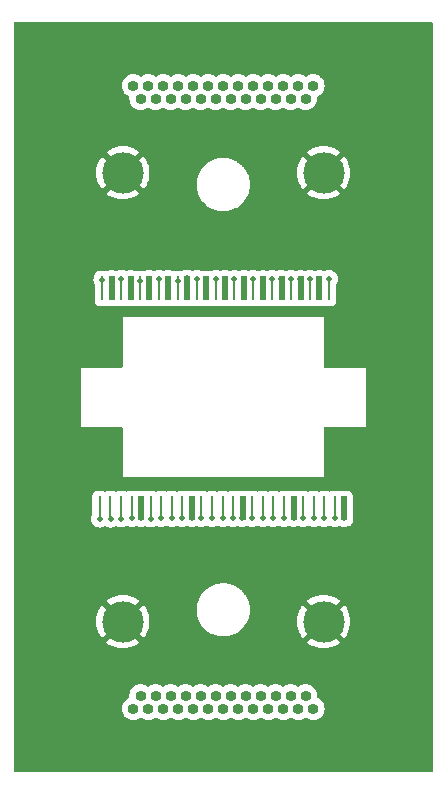
<source format=gbr>
%TF.GenerationSoftware,KiCad,Pcbnew,7.0.2*%
%TF.CreationDate,2023-11-03T15:57:14-06:00*%
%TF.ProjectId,micro-d-tes-aaray,6d696372-6f2d-4642-9d74-65732d616172,rev?*%
%TF.SameCoordinates,Original*%
%TF.FileFunction,Copper,L1,Top*%
%TF.FilePolarity,Positive*%
%FSLAX46Y46*%
G04 Gerber Fmt 4.6, Leading zero omitted, Abs format (unit mm)*
G04 Created by KiCad (PCBNEW 7.0.2) date 2023-11-03 15:57:14*
%MOMM*%
%LPD*%
G01*
G04 APERTURE LIST*
%TA.AperFunction,SMDPad,CuDef*%
%ADD10R,0.500000X2.000000*%
%TD*%
%TA.AperFunction,SMDPad,CuDef*%
%ADD11R,0.258000X2.000000*%
%TD*%
%TA.AperFunction,ComponentPad*%
%ADD12C,3.500000*%
%TD*%
%TA.AperFunction,ComponentPad*%
%ADD13O,0.920000X0.920000*%
%TD*%
%TA.AperFunction,ViaPad*%
%ADD14C,0.500000*%
%TD*%
G04 APERTURE END LIST*
D10*
%TO.P,17,1,Pin_1*%
%TO.N,Net-(J17-Pin_1)*%
X21100000Y-22550000D03*
%TD*%
D11*
%TO.P,5,1,Pin_1*%
%TO.N,Net-(J5-Pin_1)*%
X20300000Y-22550000D03*
%TD*%
%TO.P,11,1,Pin_1*%
%TO.N,Net-(D11-Pin_1)*%
X24500000Y-41175000D03*
%TD*%
D10*
%TO.P,8,1,Pin_1*%
%TO.N,Net-(D8-Pin_1)*%
X19400000Y-41175000D03*
%TD*%
D11*
%TO.P,22,1,Pin_1*%
%TO.N,Net-(D22-Pin_1)*%
X22000000Y-41175000D03*
%TD*%
%TO.P,14,1,Pin_1*%
%TO.N,Net-(D14-Pin_1)*%
X8200000Y-41175000D03*
%TD*%
%TO.P,6,1,Pin_1*%
%TO.N,Net-(D6-Pin_1)*%
X15900000Y-41175000D03*
%TD*%
%TO.P,7,1,Pin_1*%
%TO.N,Net-(J7-Pin_1)*%
X17100000Y-22550000D03*
%TD*%
%TO.P,11,1,Pin_1*%
%TO.N,Net-(J11-Pin_1)*%
X10700000Y-22550000D03*
%TD*%
D10*
%TO.P,21,1,Pin_1*%
%TO.N,Net-(J21-Pin_1)*%
X14700000Y-22550000D03*
%TD*%
D12*
%TO.P,H1,1,1*%
%TO.N,GND*%
X9250000Y-50750000D03*
%TD*%
D11*
%TO.P,16,1,Pin_1*%
%TO.N,Net-(D16-Pin_1)*%
X11600000Y-41175000D03*
%TD*%
D10*
%TO.P,20,1,Pin_1*%
%TO.N,Net-(J20-Pin_1)*%
X16300000Y-22550000D03*
%TD*%
D11*
%TO.P,3,1,Pin_1*%
%TO.N,Net-(J3-Pin_1)*%
X23500000Y-22550000D03*
%TD*%
D12*
%TO.P,H4,1,1*%
%TO.N,GND*%
X9250000Y-12750000D03*
%TD*%
D11*
%TO.P,9,1,Pin_1*%
%TO.N,Net-(J9-Pin_1)*%
X13900000Y-22550000D03*
%TD*%
D10*
%TO.P,15,1,Pin_1*%
%TO.N,Net-(J15-Pin_1)*%
X24300000Y-22550000D03*
%TD*%
D11*
%TO.P,12,1,Pin_1*%
%TO.N,Net-(J13-Pin_1)*%
X7500000Y-22550000D03*
%TD*%
D10*
%TO.P,25,1,Pin_1*%
%TO.N,Net-(J25-Pin_1)*%
X8300000Y-22550000D03*
%TD*%
D12*
%TO.P,H3,1,1*%
%TO.N,GND*%
X26250000Y-50750000D03*
%TD*%
D11*
%TO.P,5,1,Pin_1*%
%TO.N,Net-(D5-Pin_1)*%
X14300000Y-41175000D03*
%TD*%
%TO.P,9,1,Pin_1*%
%TO.N,Net-(D9-Pin_1)*%
X21100000Y-41175000D03*
%TD*%
%TO.P,4,1,Pin_1*%
%TO.N,Net-(D4-Pin_1)*%
X12500000Y-41175000D03*
%TD*%
%TO.P,17,1,Pin_1*%
%TO.N,Net-(D17-Pin_1)*%
X13400000Y-41175000D03*
%TD*%
%TO.P,7,1,Pin_1*%
%TO.N,Net-(D7-Pin_1)*%
X17700000Y-41175000D03*
%TD*%
%TO.P,19,1,Pin_1*%
%TO.N,Net-(D19-Pin_1)*%
X16800000Y-41175000D03*
%TD*%
D10*
%TO.P,3,1,Pin_1*%
%TO.N,Net-(D3-Pin_1)*%
X10800000Y-41175000D03*
%TD*%
D11*
%TO.P,20,1,Pin_1*%
%TO.N,Net-(D20-Pin_1)*%
X18600000Y-41175000D03*
%TD*%
%TO.P,21,1,Pin_1*%
%TO.N,Net-(D21-Pin_1)*%
X20200000Y-41175000D03*
%TD*%
%TO.P,12,1,Pin_1*%
%TO.N,Net-(D12-Pin_1)*%
X26300000Y-41175000D03*
%TD*%
%TO.P,4,1,Pin_1*%
%TO.N,Net-(J4-Pin_1)*%
X21900000Y-22550000D03*
%TD*%
%TO.P,2,1,Pin_1*%
%TO.N,Net-(D2-Pin_1)*%
X9100000Y-41175000D03*
%TD*%
%TO.P,1,1,Pin_1*%
%TO.N,Net-(J1-Pin_1)*%
X26700000Y-22550000D03*
%TD*%
D10*
%TO.P,16,1,Pin_1*%
%TO.N,Net-(J16-Pin_1)*%
X22700000Y-22550000D03*
%TD*%
%TO.P,14,1,Pin_1*%
%TO.N,Net-(J14-Pin_1)*%
X25900000Y-22550000D03*
%TD*%
D11*
%TO.P,10,1,Pin_1*%
%TO.N,Net-(D10-Pin_1)*%
X22900000Y-41175000D03*
%TD*%
D10*
%TO.P,18,1,Pin_1*%
%TO.N,Net-(J18-Pin_1)*%
X19500000Y-22550000D03*
%TD*%
%TO.P,23,1,Pin_1*%
%TO.N,Net-(J23-Pin_1)*%
X11500000Y-22550000D03*
%TD*%
%TO.P,24,1,Pin_1*%
%TO.N,Net-(J24-Pin_1)*%
X9900000Y-22550000D03*
%TD*%
%TO.P,19,1,Pin_1*%
%TO.N,Net-(J19-Pin_1)*%
X17900000Y-22550000D03*
%TD*%
D11*
%TO.P,25,1,Pin_1*%
%TO.N,Net-(D25-Pin_1)*%
X27200000Y-41175000D03*
%TD*%
%TO.P,12,1,Pin_1*%
%TO.N,Net-(J12-Pin_1)*%
X9100000Y-22550000D03*
%TD*%
D10*
%TO.P,23,1,Pin_1*%
%TO.N,Net-(D23-Pin_1)*%
X23700000Y-41175000D03*
%TD*%
%TO.P,D13,1,Pin_1*%
%TO.N,Net-(D13-Pin_1)*%
X28000000Y-41175000D03*
%TD*%
%TO.P,22,1,Pin_1*%
%TO.N,Net-(J22-Pin_1)*%
X13100000Y-22550000D03*
%TD*%
D11*
%TO.P,1,1,Pin_1*%
%TO.N,Net-(D1-Pin_1)*%
X7300000Y-41175000D03*
%TD*%
%TO.P,8,1,Pin_1*%
%TO.N,Net-(J8-Pin_1)*%
X15500000Y-22550000D03*
%TD*%
%TO.P,10,1,Pin_1*%
%TO.N,Net-(J10-Pin_1)*%
X12300000Y-22550000D03*
%TD*%
%TO.P,6,1,Pin_1*%
%TO.N,Net-(J6-Pin_1)*%
X18700000Y-22550000D03*
%TD*%
%TO.P,24,1,Pin_1*%
%TO.N,Net-(D24-Pin_1)*%
X25400000Y-41175000D03*
%TD*%
D10*
%TO.P,18,1,Pin_1*%
%TO.N,Net-(D18-Pin_1)*%
X15100000Y-41175000D03*
%TD*%
D11*
%TO.P,15,1,Pin_1*%
%TO.N,Net-(D15-Pin_1)*%
X10000000Y-41175000D03*
%TD*%
D12*
%TO.P,H2,1,1*%
%TO.N,GND*%
X26250000Y-12750000D03*
%TD*%
D11*
%TO.P,2,1,Pin_1*%
%TO.N,Net-(J2-Pin_1)*%
X25100000Y-22550000D03*
%TD*%
D13*
%TO.P,J99,1,1*%
%TO.N,Net-(J1-Pin_1)*%
X25370000Y-5374500D03*
%TO.P,J99,2,2*%
%TO.N,Net-(J2-Pin_1)*%
X24100000Y-5374500D03*
%TO.P,J99,3,3*%
%TO.N,Net-(J3-Pin_1)*%
X22830000Y-5374500D03*
%TO.P,J99,4,4*%
%TO.N,Net-(J4-Pin_1)*%
X21560000Y-5374500D03*
%TO.P,J99,5,5*%
%TO.N,Net-(J5-Pin_1)*%
X20290000Y-5374500D03*
%TO.P,J99,6,6*%
%TO.N,Net-(J6-Pin_1)*%
X19020000Y-5374500D03*
%TO.P,J99,7,7*%
%TO.N,Net-(J7-Pin_1)*%
X17750000Y-5374500D03*
%TO.P,J99,8,8*%
%TO.N,Net-(J8-Pin_1)*%
X16480000Y-5374500D03*
%TO.P,J99,9,9*%
%TO.N,Net-(J9-Pin_1)*%
X15210000Y-5374500D03*
%TO.P,J99,10,10*%
%TO.N,Net-(J10-Pin_1)*%
X13940000Y-5374500D03*
%TO.P,J99,11,11*%
%TO.N,Net-(J11-Pin_1)*%
X12670000Y-5374500D03*
%TO.P,J99,12,12*%
%TO.N,Net-(J12-Pin_1)*%
X11400000Y-5374500D03*
%TO.P,J99,13,13*%
%TO.N,Net-(J13-Pin_1)*%
X10130000Y-5374500D03*
%TO.P,J99,14,P14*%
%TO.N,Net-(J14-Pin_1)*%
X24735000Y-6474500D03*
%TO.P,J99,15,P15*%
%TO.N,Net-(J15-Pin_1)*%
X23465000Y-6474500D03*
%TO.P,J99,16,P16*%
%TO.N,Net-(J16-Pin_1)*%
X22195000Y-6474500D03*
%TO.P,J99,17,P17*%
%TO.N,Net-(J17-Pin_1)*%
X20925000Y-6474500D03*
%TO.P,J99,18,P18*%
%TO.N,Net-(J18-Pin_1)*%
X19655000Y-6474500D03*
%TO.P,J99,19,P19*%
%TO.N,Net-(J19-Pin_1)*%
X18385000Y-6474500D03*
%TO.P,J99,20,P20*%
%TO.N,Net-(J20-Pin_1)*%
X17115000Y-6474500D03*
%TO.P,J99,21,P21*%
%TO.N,Net-(J21-Pin_1)*%
X15845000Y-6474500D03*
%TO.P,J99,22,P22*%
%TO.N,Net-(J22-Pin_1)*%
X14575000Y-6474500D03*
%TO.P,J99,23,P23*%
%TO.N,Net-(J23-Pin_1)*%
X13305000Y-6474500D03*
%TO.P,J99,24,P24*%
%TO.N,Net-(J24-Pin_1)*%
X12035000Y-6474500D03*
%TO.P,J99,25,P25*%
%TO.N,Net-(J25-Pin_1)*%
X10765000Y-6474500D03*
%TD*%
%TO.P,J26,1,1*%
%TO.N,Net-(D1-Pin_1)*%
X10130000Y-58124500D03*
%TO.P,J26,2,2*%
%TO.N,Net-(D2-Pin_1)*%
X11400000Y-58124500D03*
%TO.P,J26,3,3*%
%TO.N,Net-(D3-Pin_1)*%
X12670000Y-58124500D03*
%TO.P,J26,4,4*%
%TO.N,Net-(D4-Pin_1)*%
X13940000Y-58124500D03*
%TO.P,J26,5,5*%
%TO.N,Net-(D5-Pin_1)*%
X15210000Y-58124500D03*
%TO.P,J26,6,6*%
%TO.N,Net-(D6-Pin_1)*%
X16480000Y-58124500D03*
%TO.P,J26,7,7*%
%TO.N,Net-(D7-Pin_1)*%
X17750000Y-58124500D03*
%TO.P,J26,8,8*%
%TO.N,Net-(D8-Pin_1)*%
X19020000Y-58124500D03*
%TO.P,J26,9,9*%
%TO.N,Net-(D9-Pin_1)*%
X20290000Y-58124500D03*
%TO.P,J26,10,10*%
%TO.N,Net-(D10-Pin_1)*%
X21560000Y-58124500D03*
%TO.P,J26,11,11*%
%TO.N,Net-(D11-Pin_1)*%
X22830000Y-58124500D03*
%TO.P,J26,12,12*%
%TO.N,Net-(D12-Pin_1)*%
X24100000Y-58124500D03*
%TO.P,J26,13,13*%
%TO.N,Net-(D13-Pin_1)*%
X25370000Y-58124500D03*
%TO.P,J26,14,P14*%
%TO.N,Net-(D14-Pin_1)*%
X10765000Y-57024500D03*
%TO.P,J26,15,P15*%
%TO.N,Net-(D15-Pin_1)*%
X12035000Y-57024500D03*
%TO.P,J26,16,P16*%
%TO.N,Net-(D16-Pin_1)*%
X13305000Y-57024500D03*
%TO.P,J26,17,P17*%
%TO.N,Net-(D17-Pin_1)*%
X14575000Y-57024500D03*
%TO.P,J26,18,P18*%
%TO.N,Net-(D18-Pin_1)*%
X15845000Y-57024500D03*
%TO.P,J26,19,P19*%
%TO.N,Net-(D19-Pin_1)*%
X17115000Y-57024500D03*
%TO.P,J26,20,P20*%
%TO.N,Net-(D20-Pin_1)*%
X18385000Y-57024500D03*
%TO.P,J26,21,P21*%
%TO.N,Net-(D21-Pin_1)*%
X19655000Y-57024500D03*
%TO.P,J26,22,P22*%
%TO.N,Net-(D22-Pin_1)*%
X20925000Y-57024500D03*
%TO.P,J26,23,P23*%
%TO.N,Net-(D23-Pin_1)*%
X22195000Y-57024500D03*
%TO.P,J26,24,P24*%
%TO.N,Net-(D24-Pin_1)*%
X23465000Y-57024500D03*
%TO.P,J26,25,P25*%
%TO.N,Net-(D25-Pin_1)*%
X24735000Y-57024500D03*
%TD*%
D14*
%TO.N,Net-(J20-Pin_1)*%
X16300000Y-21870000D03*
%TO.N,Net-(J1-Pin_1)*%
X26700000Y-21730000D03*
%TO.N,Net-(J2-Pin_1)*%
X25110000Y-21730000D03*
%TO.N,Net-(J14-Pin_1)*%
X25900000Y-21730000D03*
%TO.N,Net-(J15-Pin_1)*%
X24290000Y-21730000D03*
%TO.N,Net-(J3-Pin_1)*%
X23500000Y-21730000D03*
%TO.N,Net-(J16-Pin_1)*%
X22670000Y-21730000D03*
%TO.N,Net-(J4-Pin_1)*%
X21900000Y-21730000D03*
%TO.N,Net-(J17-Pin_1)*%
X21110000Y-21740000D03*
%TO.N,Net-(J5-Pin_1)*%
X20280000Y-21740000D03*
%TO.N,Net-(J18-Pin_1)*%
X19500000Y-21720000D03*
%TO.N,Net-(J6-Pin_1)*%
X18700000Y-21720000D03*
%TO.N,Net-(J19-Pin_1)*%
X17900000Y-21720000D03*
%TO.N,Net-(J7-Pin_1)*%
X17110000Y-21710000D03*
%TO.N,Net-(J8-Pin_1)*%
X15500000Y-21710000D03*
%TO.N,Net-(J21-Pin_1)*%
X14700000Y-21700000D03*
%TO.N,Net-(J9-Pin_1)*%
X13890000Y-21880000D03*
%TO.N,Net-(J22-Pin_1)*%
X13100000Y-21720000D03*
%TO.N,Net-(J10-Pin_1)*%
X12300000Y-21710000D03*
%TO.N,Net-(J23-Pin_1)*%
X11480000Y-21710000D03*
%TO.N,Net-(J11-Pin_1)*%
X10700000Y-21910000D03*
%TO.N,Net-(J24-Pin_1)*%
X9900000Y-21710000D03*
%TO.N,Net-(J12-Pin_1)*%
X9100000Y-21710000D03*
%TO.N,Net-(J25-Pin_1)*%
X8300000Y-21730000D03*
%TO.N,Net-(J13-Pin_1)*%
X7510000Y-21800000D03*
%TO.N,Net-(D13-Pin_1)*%
X28000000Y-42000000D03*
%TO.N,Net-(D25-Pin_1)*%
X27210000Y-41990000D03*
%TO.N,Net-(D12-Pin_1)*%
X26300000Y-42000000D03*
%TO.N,Net-(D24-Pin_1)*%
X25400000Y-41980000D03*
%TO.N,Net-(D11-Pin_1)*%
X24500000Y-42000000D03*
%TO.N,Net-(D23-Pin_1)*%
X23700000Y-41970000D03*
%TO.N,Net-(D10-Pin_1)*%
X22900000Y-41980000D03*
%TO.N,Net-(D22-Pin_1)*%
X22000000Y-42000000D03*
%TO.N,Net-(D9-Pin_1)*%
X21100000Y-42000000D03*
%TO.N,Net-(D21-Pin_1)*%
X20200000Y-41990000D03*
%TO.N,Net-(D8-Pin_1)*%
X19370000Y-41980000D03*
%TO.N,Net-(D20-Pin_1)*%
X18600000Y-42010000D03*
%TO.N,Net-(D7-Pin_1)*%
X17700000Y-42010000D03*
%TO.N,Net-(D19-Pin_1)*%
X16800000Y-42010000D03*
%TO.N,Net-(D6-Pin_1)*%
X15900000Y-42020000D03*
%TO.N,Net-(D18-Pin_1)*%
X15100000Y-42010000D03*
%TO.N,Net-(D5-Pin_1)*%
X14300000Y-41990000D03*
%TO.N,Net-(D17-Pin_1)*%
X13400000Y-42000000D03*
%TO.N,Net-(D3-Pin_1)*%
X10800000Y-42010000D03*
%TO.N,Net-(D4-Pin_1)*%
X12500000Y-42020000D03*
%TO.N,Net-(D16-Pin_1)*%
X11600000Y-42030000D03*
%TO.N,Net-(D15-Pin_1)*%
X10000000Y-42020000D03*
%TO.N,Net-(D2-Pin_1)*%
X9100000Y-42030000D03*
%TO.N,Net-(D14-Pin_1)*%
X8210000Y-42050000D03*
%TO.N,Net-(D1-Pin_1)*%
X7300000Y-42050000D03*
%TD*%
%TA.AperFunction,Conductor*%
%TO.N,GND*%
G36*
X35442539Y-20185D02*
G01*
X35488294Y-72989D01*
X35499500Y-124500D01*
X35499500Y-63375500D01*
X35479815Y-63442539D01*
X35427011Y-63488294D01*
X35375500Y-63499500D01*
X124500Y-63499500D01*
X57461Y-63479815D01*
X11706Y-63427011D01*
X500Y-63375500D01*
X500Y-58124500D01*
X9164853Y-58124500D01*
X9183397Y-58312789D01*
X9183398Y-58312791D01*
X9238320Y-58493846D01*
X9327510Y-58660707D01*
X9374409Y-58717854D01*
X9447537Y-58806962D01*
X9494999Y-58845912D01*
X9593793Y-58926990D01*
X9760654Y-59016180D01*
X9941709Y-59071102D01*
X10130000Y-59089647D01*
X10318291Y-59071102D01*
X10499346Y-59016180D01*
X10666207Y-58926990D01*
X10686332Y-58910473D01*
X10750642Y-58883158D01*
X10819510Y-58894948D01*
X10843662Y-58910469D01*
X10863793Y-58926990D01*
X11030654Y-59016180D01*
X11211709Y-59071102D01*
X11400000Y-59089647D01*
X11588291Y-59071102D01*
X11769346Y-59016180D01*
X11936207Y-58926990D01*
X11956332Y-58910473D01*
X12020642Y-58883158D01*
X12089510Y-58894948D01*
X12113662Y-58910469D01*
X12133793Y-58926990D01*
X12300654Y-59016180D01*
X12481709Y-59071102D01*
X12670000Y-59089647D01*
X12858291Y-59071102D01*
X13039346Y-59016180D01*
X13206207Y-58926990D01*
X13226335Y-58910470D01*
X13290644Y-58883158D01*
X13359512Y-58894949D01*
X13383663Y-58910470D01*
X13403793Y-58926990D01*
X13570654Y-59016180D01*
X13751709Y-59071102D01*
X13940000Y-59089647D01*
X14128291Y-59071102D01*
X14309346Y-59016180D01*
X14476207Y-58926990D01*
X14496333Y-58910472D01*
X14560641Y-58883158D01*
X14629509Y-58894948D01*
X14653663Y-58910470D01*
X14653667Y-58910473D01*
X14673793Y-58926990D01*
X14840654Y-59016180D01*
X15021709Y-59071102D01*
X15210000Y-59089647D01*
X15398291Y-59071102D01*
X15579346Y-59016180D01*
X15746207Y-58926990D01*
X15766332Y-58910473D01*
X15830642Y-58883158D01*
X15899510Y-58894948D01*
X15923662Y-58910469D01*
X15943793Y-58926990D01*
X16110654Y-59016180D01*
X16291709Y-59071102D01*
X16480000Y-59089647D01*
X16668291Y-59071102D01*
X16849346Y-59016180D01*
X17016207Y-58926990D01*
X17036333Y-58910472D01*
X17100641Y-58883158D01*
X17169509Y-58894948D01*
X17193663Y-58910470D01*
X17193667Y-58910473D01*
X17213793Y-58926990D01*
X17380654Y-59016180D01*
X17561709Y-59071102D01*
X17750000Y-59089647D01*
X17938291Y-59071102D01*
X18119346Y-59016180D01*
X18286207Y-58926990D01*
X18306335Y-58910470D01*
X18370644Y-58883158D01*
X18439512Y-58894949D01*
X18463663Y-58910470D01*
X18483793Y-58926990D01*
X18650654Y-59016180D01*
X18831709Y-59071102D01*
X19020000Y-59089647D01*
X19208291Y-59071102D01*
X19389346Y-59016180D01*
X19556207Y-58926990D01*
X19576333Y-58910472D01*
X19640641Y-58883158D01*
X19709509Y-58894948D01*
X19733663Y-58910470D01*
X19733667Y-58910473D01*
X19753793Y-58926990D01*
X19920654Y-59016180D01*
X20101709Y-59071102D01*
X20290000Y-59089647D01*
X20478291Y-59071102D01*
X20659346Y-59016180D01*
X20826207Y-58926990D01*
X20846335Y-58910470D01*
X20910644Y-58883158D01*
X20979512Y-58894949D01*
X21003663Y-58910470D01*
X21023793Y-58926990D01*
X21190654Y-59016180D01*
X21371709Y-59071102D01*
X21560000Y-59089647D01*
X21748291Y-59071102D01*
X21929346Y-59016180D01*
X22096207Y-58926990D01*
X22116333Y-58910472D01*
X22180641Y-58883158D01*
X22249509Y-58894948D01*
X22273663Y-58910470D01*
X22273667Y-58910473D01*
X22293793Y-58926990D01*
X22460654Y-59016180D01*
X22641709Y-59071102D01*
X22830000Y-59089647D01*
X23018291Y-59071102D01*
X23199346Y-59016180D01*
X23366207Y-58926990D01*
X23386335Y-58910470D01*
X23450644Y-58883158D01*
X23519512Y-58894949D01*
X23543663Y-58910470D01*
X23563793Y-58926990D01*
X23730654Y-59016180D01*
X23911709Y-59071102D01*
X24100000Y-59089647D01*
X24288291Y-59071102D01*
X24469346Y-59016180D01*
X24636207Y-58926990D01*
X24656333Y-58910472D01*
X24720641Y-58883158D01*
X24789509Y-58894948D01*
X24813663Y-58910470D01*
X24813667Y-58910473D01*
X24833793Y-58926990D01*
X25000654Y-59016180D01*
X25181709Y-59071102D01*
X25370000Y-59089647D01*
X25558291Y-59071102D01*
X25739346Y-59016180D01*
X25906207Y-58926990D01*
X26052462Y-58806962D01*
X26172490Y-58660707D01*
X26261680Y-58493846D01*
X26316602Y-58312791D01*
X26335147Y-58124500D01*
X26316602Y-57936209D01*
X26261680Y-57755154D01*
X26172490Y-57588293D01*
X26112476Y-57515165D01*
X26052462Y-57442037D01*
X25906207Y-57322010D01*
X25906203Y-57322008D01*
X25755683Y-57241552D01*
X25705841Y-57192591D01*
X25690381Y-57124454D01*
X25690731Y-57120099D01*
X25700147Y-57024500D01*
X25681602Y-56836209D01*
X25626680Y-56655154D01*
X25537490Y-56488293D01*
X25477475Y-56415165D01*
X25417462Y-56342037D01*
X25310247Y-56254049D01*
X25271207Y-56222010D01*
X25104346Y-56132820D01*
X25013818Y-56105359D01*
X24923289Y-56077897D01*
X24735000Y-56059353D01*
X24546710Y-56077897D01*
X24365651Y-56132821D01*
X24198794Y-56222009D01*
X24178661Y-56238531D01*
X24114350Y-56265842D01*
X24045483Y-56254048D01*
X24021334Y-56238528D01*
X24001207Y-56222010D01*
X23834346Y-56132820D01*
X23743818Y-56105359D01*
X23653289Y-56077897D01*
X23485569Y-56061378D01*
X23465000Y-56059353D01*
X23464999Y-56059353D01*
X23276710Y-56077897D01*
X23095651Y-56132821D01*
X22928793Y-56222009D01*
X22908664Y-56238529D01*
X22844353Y-56265841D01*
X22775486Y-56254049D01*
X22751336Y-56238529D01*
X22731206Y-56222009D01*
X22564348Y-56132821D01*
X22564347Y-56132820D01*
X22564346Y-56132820D01*
X22473818Y-56105359D01*
X22383289Y-56077897D01*
X22195000Y-56059353D01*
X22006710Y-56077897D01*
X21825651Y-56132821D01*
X21658794Y-56222009D01*
X21638661Y-56238531D01*
X21574350Y-56265842D01*
X21505483Y-56254048D01*
X21481334Y-56238528D01*
X21461207Y-56222010D01*
X21294346Y-56132820D01*
X21203818Y-56105359D01*
X21113289Y-56077897D01*
X20945569Y-56061378D01*
X20925000Y-56059353D01*
X20924999Y-56059353D01*
X20736710Y-56077897D01*
X20555651Y-56132821D01*
X20388793Y-56222009D01*
X20368664Y-56238529D01*
X20304353Y-56265841D01*
X20235486Y-56254049D01*
X20211336Y-56238529D01*
X20191206Y-56222009D01*
X20024348Y-56132821D01*
X20024347Y-56132820D01*
X20024346Y-56132820D01*
X19933818Y-56105359D01*
X19843289Y-56077897D01*
X19655000Y-56059353D01*
X19466710Y-56077897D01*
X19285651Y-56132821D01*
X19118794Y-56222009D01*
X19098661Y-56238531D01*
X19034350Y-56265842D01*
X18965483Y-56254048D01*
X18941334Y-56238528D01*
X18921207Y-56222010D01*
X18754346Y-56132820D01*
X18663818Y-56105359D01*
X18573289Y-56077897D01*
X18385000Y-56059353D01*
X18196710Y-56077897D01*
X18015651Y-56132821D01*
X17848793Y-56222009D01*
X17828664Y-56238529D01*
X17764353Y-56265841D01*
X17695486Y-56254049D01*
X17671336Y-56238529D01*
X17651206Y-56222009D01*
X17484348Y-56132821D01*
X17484347Y-56132820D01*
X17484346Y-56132820D01*
X17393818Y-56105359D01*
X17303289Y-56077897D01*
X17135569Y-56061378D01*
X17115000Y-56059353D01*
X17114999Y-56059353D01*
X16926710Y-56077897D01*
X16745651Y-56132821D01*
X16578794Y-56222009D01*
X16558661Y-56238531D01*
X16494350Y-56265842D01*
X16425483Y-56254048D01*
X16401334Y-56238528D01*
X16381207Y-56222010D01*
X16214346Y-56132820D01*
X16123818Y-56105359D01*
X16033289Y-56077897D01*
X15845000Y-56059353D01*
X15656710Y-56077897D01*
X15475651Y-56132821D01*
X15308793Y-56222009D01*
X15288664Y-56238529D01*
X15224353Y-56265841D01*
X15155486Y-56254049D01*
X15131336Y-56238529D01*
X15111206Y-56222009D01*
X14944348Y-56132821D01*
X14944347Y-56132820D01*
X14944346Y-56132820D01*
X14853818Y-56105359D01*
X14763289Y-56077897D01*
X14595569Y-56061378D01*
X14575000Y-56059353D01*
X14574999Y-56059353D01*
X14386710Y-56077897D01*
X14205651Y-56132821D01*
X14038794Y-56222009D01*
X14018661Y-56238531D01*
X13954350Y-56265842D01*
X13885483Y-56254048D01*
X13861334Y-56238528D01*
X13841207Y-56222010D01*
X13674346Y-56132820D01*
X13583818Y-56105359D01*
X13493289Y-56077897D01*
X13325569Y-56061378D01*
X13305000Y-56059353D01*
X13304999Y-56059353D01*
X13116710Y-56077897D01*
X12935651Y-56132821D01*
X12768793Y-56222009D01*
X12748664Y-56238529D01*
X12684353Y-56265841D01*
X12615486Y-56254049D01*
X12591336Y-56238529D01*
X12571206Y-56222009D01*
X12404348Y-56132821D01*
X12404347Y-56132820D01*
X12404346Y-56132820D01*
X12313818Y-56105359D01*
X12223289Y-56077897D01*
X12035000Y-56059353D01*
X11846710Y-56077897D01*
X11665651Y-56132821D01*
X11498794Y-56222009D01*
X11478661Y-56238531D01*
X11414350Y-56265842D01*
X11345483Y-56254048D01*
X11321334Y-56238528D01*
X11301207Y-56222010D01*
X11134346Y-56132820D01*
X11043818Y-56105359D01*
X10953289Y-56077897D01*
X10785569Y-56061378D01*
X10765000Y-56059353D01*
X10764999Y-56059353D01*
X10576710Y-56077897D01*
X10395651Y-56132821D01*
X10228794Y-56222009D01*
X10082537Y-56342037D01*
X9962509Y-56488294D01*
X9873321Y-56655151D01*
X9818397Y-56836210D01*
X9799853Y-57024500D01*
X9809262Y-57120042D01*
X9796243Y-57188688D01*
X9748177Y-57239398D01*
X9744314Y-57241552D01*
X9593794Y-57322008D01*
X9447537Y-57442037D01*
X9327509Y-57588294D01*
X9238321Y-57755151D01*
X9183397Y-57936210D01*
X9164853Y-58124500D01*
X500Y-58124500D01*
X500Y-50754043D01*
X6995437Y-50754043D01*
X7014197Y-51040271D01*
X7015253Y-51048293D01*
X7071210Y-51329608D01*
X7073307Y-51337436D01*
X7165505Y-51609038D01*
X7168607Y-51616528D01*
X7295466Y-51873774D01*
X7299516Y-51880788D01*
X7458866Y-52119271D01*
X7463805Y-52125708D01*
X7490405Y-52156039D01*
X7490406Y-52156039D01*
X8279438Y-51367007D01*
X8328348Y-51445999D01*
X8471931Y-51603501D01*
X8630388Y-51723163D01*
X7843959Y-52509592D01*
X7843959Y-52509593D01*
X7874291Y-52536194D01*
X7880728Y-52541133D01*
X8119211Y-52700483D01*
X8126225Y-52704533D01*
X8383471Y-52831392D01*
X8390961Y-52834494D01*
X8662563Y-52926692D01*
X8670391Y-52928789D01*
X8951706Y-52984746D01*
X8959728Y-52985802D01*
X9245957Y-53004563D01*
X9254043Y-53004563D01*
X9540271Y-52985802D01*
X9548293Y-52984746D01*
X9829608Y-52928789D01*
X9837436Y-52926692D01*
X10109038Y-52834494D01*
X10116528Y-52831392D01*
X10373774Y-52704533D01*
X10380788Y-52700483D01*
X10619273Y-52541132D01*
X10625698Y-52536201D01*
X10656040Y-52509592D01*
X9869611Y-51723163D01*
X10028069Y-51603501D01*
X10171652Y-51445999D01*
X10220560Y-51367008D01*
X11009592Y-52156040D01*
X11036201Y-52125698D01*
X11041132Y-52119273D01*
X11200483Y-51880788D01*
X11204533Y-51873774D01*
X11331392Y-51616528D01*
X11334494Y-51609038D01*
X11426692Y-51337436D01*
X11428789Y-51329608D01*
X11484746Y-51048293D01*
X11485802Y-51040271D01*
X11504563Y-50754043D01*
X11504563Y-50745956D01*
X11485802Y-50459728D01*
X11484746Y-50451706D01*
X11428789Y-50170391D01*
X11426692Y-50162563D01*
X11334494Y-49890961D01*
X11331392Y-49883471D01*
X11265572Y-49750000D01*
X15494671Y-49750000D01*
X15501784Y-49858521D01*
X15500299Y-49865155D01*
X15503480Y-49888809D01*
X15504319Y-49897204D01*
X15504759Y-49903925D01*
X15505025Y-49912020D01*
X15505025Y-49931442D01*
X15507057Y-49938976D01*
X15513966Y-50044380D01*
X15514757Y-50048359D01*
X15514758Y-50048363D01*
X15535795Y-50154124D01*
X15535112Y-50161756D01*
X15541988Y-50186858D01*
X15544013Y-50195438D01*
X15545433Y-50202580D01*
X15546707Y-50210231D01*
X15548970Y-50227057D01*
X15551516Y-50233161D01*
X15570726Y-50329738D01*
X15570728Y-50329745D01*
X15571519Y-50333722D01*
X15572822Y-50337563D01*
X15572825Y-50337571D01*
X15608497Y-50442658D01*
X15608851Y-50451163D01*
X15619770Y-50476913D01*
X15623029Y-50485463D01*
X15625750Y-50493479D01*
X15627924Y-50500575D01*
X15631669Y-50514247D01*
X15634383Y-50518913D01*
X15666348Y-50613077D01*
X15668141Y-50616712D01*
X15668144Y-50616720D01*
X15718628Y-50719091D01*
X15720234Y-50728306D01*
X15735368Y-50753858D01*
X15739893Y-50762211D01*
X15744425Y-50771402D01*
X15747369Y-50777830D01*
X15751654Y-50787935D01*
X15754203Y-50791231D01*
X15795030Y-50874019D01*
X15796828Y-50877665D01*
X15799079Y-50881034D01*
X15799082Y-50881039D01*
X15864264Y-50978590D01*
X15867306Y-50988305D01*
X15886672Y-51012829D01*
X15892457Y-51020784D01*
X15899482Y-51031297D01*
X15903073Y-51037000D01*
X15906805Y-51043301D01*
X15908870Y-51045348D01*
X15958356Y-51119409D01*
X15960727Y-51122957D01*
X15963408Y-51126014D01*
X16042850Y-51216600D01*
X16047474Y-51226568D01*
X16070928Y-51249251D01*
X16077953Y-51256627D01*
X16088367Y-51268502D01*
X16092452Y-51273409D01*
X16094397Y-51275872D01*
X16095688Y-51276850D01*
X16155242Y-51344758D01*
X16158287Y-51347428D01*
X16158290Y-51347431D01*
X16251285Y-51428986D01*
X16257596Y-51438936D01*
X16284854Y-51459020D01*
X16293057Y-51465619D01*
X16307885Y-51478623D01*
X16310944Y-51481441D01*
X16311382Y-51481690D01*
X16377043Y-51539273D01*
X16380425Y-51541532D01*
X16380424Y-51541532D01*
X16485919Y-51612022D01*
X16493973Y-51621659D01*
X16524620Y-51638454D01*
X16533914Y-51644091D01*
X16622335Y-51703172D01*
X16625968Y-51704963D01*
X16625974Y-51704967D01*
X16742651Y-51762505D01*
X16752459Y-51771528D01*
X16785988Y-51784442D01*
X16796265Y-51788944D01*
X16886923Y-51833652D01*
X16890771Y-51834958D01*
X16890773Y-51834959D01*
X17016993Y-51877805D01*
X17028514Y-51885906D01*
X17064307Y-51894436D01*
X17075416Y-51897637D01*
X17126271Y-51914900D01*
X17162433Y-51927176D01*
X17162435Y-51927176D01*
X17166278Y-51928481D01*
X17304150Y-51955905D01*
X17317283Y-51962775D01*
X17354661Y-51966535D01*
X17366432Y-51968293D01*
X17455620Y-51986034D01*
X17599110Y-51995439D01*
X17613709Y-52000785D01*
X17651937Y-51999507D01*
X17664176Y-51999703D01*
X17750000Y-52005329D01*
X17896701Y-51995713D01*
X17912575Y-51999265D01*
X17950885Y-51992803D01*
X17963369Y-51991343D01*
X18044380Y-51986034D01*
X18191741Y-51956722D01*
X18208644Y-51958234D01*
X18246253Y-51946568D01*
X18258782Y-51943387D01*
X18333722Y-51928481D01*
X18479054Y-51879146D01*
X18496697Y-51878411D01*
X18532832Y-51861643D01*
X18545151Y-51856709D01*
X18613077Y-51833652D01*
X18753632Y-51764337D01*
X18771701Y-51761188D01*
X18805617Y-51739537D01*
X18817483Y-51732849D01*
X18877665Y-51703172D01*
X19010668Y-51614301D01*
X19028805Y-51608622D01*
X19059789Y-51582427D01*
X19070947Y-51574024D01*
X19122957Y-51539273D01*
X19245658Y-51431666D01*
X19263501Y-51423388D01*
X19290920Y-51393072D01*
X19301112Y-51383034D01*
X19344758Y-51344758D01*
X19454509Y-51219611D01*
X19471660Y-51208732D01*
X19494928Y-51174837D01*
X19503925Y-51163263D01*
X19539273Y-51122957D01*
X19633556Y-50981852D01*
X19649629Y-50968419D01*
X19668260Y-50931549D01*
X19675821Y-50918597D01*
X19703172Y-50877665D01*
X19764135Y-50754043D01*
X23995437Y-50754043D01*
X24014197Y-51040271D01*
X24015253Y-51048293D01*
X24071210Y-51329608D01*
X24073307Y-51337436D01*
X24165505Y-51609038D01*
X24168607Y-51616528D01*
X24295466Y-51873774D01*
X24299516Y-51880788D01*
X24458866Y-52119271D01*
X24463805Y-52125708D01*
X24490405Y-52156039D01*
X24490406Y-52156039D01*
X25279438Y-51367007D01*
X25328348Y-51445999D01*
X25471931Y-51603501D01*
X25630388Y-51723163D01*
X24843959Y-52509592D01*
X24843959Y-52509593D01*
X24874291Y-52536194D01*
X24880728Y-52541133D01*
X25119211Y-52700483D01*
X25126225Y-52704533D01*
X25383471Y-52831392D01*
X25390961Y-52834494D01*
X25662563Y-52926692D01*
X25670391Y-52928789D01*
X25951706Y-52984746D01*
X25959728Y-52985802D01*
X26245957Y-53004563D01*
X26254043Y-53004563D01*
X26540271Y-52985802D01*
X26548293Y-52984746D01*
X26829608Y-52928789D01*
X26837436Y-52926692D01*
X27109038Y-52834494D01*
X27116528Y-52831392D01*
X27373774Y-52704533D01*
X27380788Y-52700483D01*
X27619273Y-52541132D01*
X27625698Y-52536201D01*
X27656040Y-52509592D01*
X26869611Y-51723163D01*
X27028069Y-51603501D01*
X27171652Y-51445999D01*
X27220560Y-51367008D01*
X28009592Y-52156040D01*
X28036201Y-52125698D01*
X28041132Y-52119273D01*
X28200483Y-51880788D01*
X28204533Y-51873774D01*
X28331392Y-51616528D01*
X28334494Y-51609038D01*
X28426692Y-51337436D01*
X28428789Y-51329608D01*
X28484746Y-51048293D01*
X28485802Y-51040271D01*
X28504563Y-50754043D01*
X28504563Y-50745956D01*
X28485802Y-50459728D01*
X28484746Y-50451706D01*
X28428789Y-50170391D01*
X28426692Y-50162563D01*
X28334494Y-49890961D01*
X28331392Y-49883471D01*
X28204533Y-49626225D01*
X28200483Y-49619211D01*
X28041133Y-49380728D01*
X28036194Y-49374291D01*
X28009592Y-49343959D01*
X27220560Y-50132991D01*
X27171652Y-50054001D01*
X27028069Y-49896499D01*
X26869610Y-49776835D01*
X27656039Y-48990406D01*
X27656039Y-48990405D01*
X27625708Y-48963805D01*
X27619271Y-48958866D01*
X27380788Y-48799516D01*
X27373774Y-48795466D01*
X27116528Y-48668607D01*
X27109038Y-48665505D01*
X26837436Y-48573307D01*
X26829608Y-48571210D01*
X26548293Y-48515253D01*
X26540271Y-48514197D01*
X26254043Y-48495437D01*
X26245957Y-48495437D01*
X25959728Y-48514197D01*
X25951706Y-48515253D01*
X25670391Y-48571210D01*
X25662563Y-48573307D01*
X25390961Y-48665505D01*
X25383471Y-48668607D01*
X25126225Y-48795466D01*
X25119211Y-48799516D01*
X24880723Y-48958869D01*
X24874295Y-48963801D01*
X24843958Y-48990405D01*
X24843958Y-48990406D01*
X25630388Y-49776836D01*
X25471931Y-49896499D01*
X25328348Y-50054001D01*
X25279439Y-50132991D01*
X24490406Y-49343958D01*
X24490405Y-49343958D01*
X24463801Y-49374295D01*
X24458869Y-49380723D01*
X24299516Y-49619211D01*
X24295466Y-49626225D01*
X24168607Y-49883471D01*
X24165505Y-49890961D01*
X24073307Y-50162563D01*
X24071210Y-50170391D01*
X24015253Y-50451706D01*
X24014197Y-50459728D01*
X23995437Y-50745956D01*
X23995437Y-50754043D01*
X19764135Y-50754043D01*
X19779667Y-50722547D01*
X19794273Y-50706671D01*
X19807878Y-50667489D01*
X19813796Y-50653339D01*
X19833652Y-50613077D01*
X19890294Y-50446215D01*
X19903058Y-50428063D01*
X19911344Y-50387296D01*
X19915435Y-50372153D01*
X19928481Y-50333722D01*
X19986034Y-50044380D01*
X20005329Y-49750000D01*
X19986034Y-49455620D01*
X19928481Y-49166278D01*
X19915441Y-49127865D01*
X19911345Y-49112706D01*
X19904554Y-49079297D01*
X19890296Y-49053790D01*
X19834959Y-48890773D01*
X19834956Y-48890765D01*
X19833652Y-48886923D01*
X19831413Y-48882384D01*
X19813809Y-48846684D01*
X19807882Y-48832516D01*
X19796669Y-48800225D01*
X19779669Y-48777456D01*
X19704967Y-48625976D01*
X19703172Y-48622336D01*
X19695197Y-48610401D01*
X19675835Y-48581422D01*
X19668265Y-48568457D01*
X19652824Y-48537901D01*
X19633556Y-48518148D01*
X19541532Y-48380424D01*
X19539273Y-48377043D01*
X19503934Y-48336747D01*
X19494932Y-48325166D01*
X19475550Y-48296932D01*
X19454509Y-48280389D01*
X19347431Y-48158290D01*
X19344758Y-48155242D01*
X19301130Y-48116981D01*
X19290924Y-48106930D01*
X19267964Y-48081544D01*
X19245659Y-48068334D01*
X19126015Y-47963408D01*
X19126007Y-47963402D01*
X19122957Y-47960727D01*
X19070965Y-47925987D01*
X19059798Y-47917578D01*
X19033712Y-47895523D01*
X19010669Y-47885698D01*
X18881035Y-47799080D01*
X18877665Y-47796828D01*
X18874036Y-47795038D01*
X18874025Y-47795032D01*
X18817498Y-47767157D01*
X18805620Y-47760464D01*
X18776923Y-47742144D01*
X18753634Y-47735662D01*
X18616726Y-47668147D01*
X18616719Y-47668144D01*
X18613077Y-47666348D01*
X18545174Y-47643298D01*
X18532840Y-47638359D01*
X18502108Y-47624098D01*
X18479054Y-47620852D01*
X18337571Y-47572825D01*
X18337563Y-47572822D01*
X18333722Y-47571519D01*
X18323899Y-47569565D01*
X18258807Y-47556617D01*
X18246261Y-47553433D01*
X18214123Y-47543463D01*
X18191743Y-47543278D01*
X18044380Y-47513966D01*
X18040332Y-47513700D01*
X18040327Y-47513700D01*
X17963405Y-47508658D01*
X17950892Y-47507197D01*
X17917997Y-47501648D01*
X17896703Y-47504286D01*
X17750000Y-47494671D01*
X17664194Y-47500295D01*
X17651949Y-47500491D01*
X17618958Y-47499388D01*
X17599107Y-47504561D01*
X17459673Y-47513700D01*
X17459667Y-47513700D01*
X17455620Y-47513966D01*
X17451649Y-47514755D01*
X17451648Y-47514756D01*
X17366449Y-47531703D01*
X17354672Y-47533462D01*
X17322265Y-47536722D01*
X17304149Y-47544095D01*
X17170261Y-47570726D01*
X17170250Y-47570728D01*
X17166278Y-47571519D01*
X17162444Y-47572820D01*
X17162442Y-47572821D01*
X17075429Y-47602358D01*
X17064318Y-47605560D01*
X17033141Y-47612990D01*
X17016996Y-47622193D01*
X16915014Y-47656812D01*
X16886923Y-47666348D01*
X16883291Y-47668138D01*
X16883279Y-47668144D01*
X16796282Y-47711047D01*
X16786005Y-47715549D01*
X16756663Y-47726849D01*
X16742653Y-47737494D01*
X16625976Y-47795032D01*
X16625964Y-47795038D01*
X16622336Y-47796828D01*
X16618976Y-47799073D01*
X16618964Y-47799080D01*
X16533933Y-47855896D01*
X16524637Y-47861534D01*
X16497695Y-47876299D01*
X16485921Y-47887977D01*
X16380424Y-47958467D01*
X16380414Y-47958473D01*
X16377043Y-47960727D01*
X16373999Y-47963396D01*
X16373984Y-47963408D01*
X16311384Y-48018308D01*
X16311046Y-48018464D01*
X16307871Y-48021389D01*
X16293071Y-48034368D01*
X16284868Y-48040967D01*
X16260798Y-48058701D01*
X16251287Y-48071011D01*
X16158291Y-48152567D01*
X16158282Y-48152575D01*
X16155242Y-48155242D01*
X16152575Y-48158282D01*
X16152567Y-48158291D01*
X16095688Y-48223149D01*
X16094647Y-48223809D01*
X16092447Y-48226595D01*
X16088367Y-48231497D01*
X16077953Y-48243372D01*
X16070929Y-48250747D01*
X16050136Y-48270856D01*
X16042851Y-48283398D01*
X15963408Y-48373984D01*
X15963396Y-48373999D01*
X15960727Y-48377043D01*
X15958473Y-48380414D01*
X15958467Y-48380424D01*
X15908871Y-48454651D01*
X15907179Y-48456064D01*
X15903064Y-48463013D01*
X15899475Y-48468713D01*
X15892466Y-48479202D01*
X15886682Y-48487156D01*
X15869435Y-48508995D01*
X15864266Y-48521407D01*
X15799080Y-48618964D01*
X15799073Y-48618976D01*
X15796828Y-48622336D01*
X15795038Y-48625964D01*
X15795032Y-48625976D01*
X15754204Y-48708768D01*
X15752068Y-48711089D01*
X15747364Y-48722182D01*
X15744415Y-48728616D01*
X15739892Y-48737787D01*
X15735373Y-48746130D01*
X15721841Y-48768976D01*
X15718629Y-48780907D01*
X15668144Y-48883279D01*
X15668138Y-48883291D01*
X15666348Y-48886923D01*
X15665044Y-48890765D01*
X15634383Y-48981087D01*
X15632030Y-48984433D01*
X15627923Y-48999425D01*
X15625749Y-49006520D01*
X15623031Y-49014527D01*
X15619773Y-49023076D01*
X15609973Y-49046187D01*
X15608498Y-49057340D01*
X15572825Y-49162428D01*
X15572824Y-49162433D01*
X15571519Y-49166278D01*
X15570728Y-49170253D01*
X15570727Y-49170258D01*
X15551516Y-49266838D01*
X15549194Y-49271276D01*
X15546707Y-49289769D01*
X15545430Y-49297437D01*
X15544010Y-49304574D01*
X15541989Y-49313135D01*
X15535794Y-49335749D01*
X15535795Y-49345871D01*
X15513966Y-49455620D01*
X15513700Y-49459665D01*
X15513700Y-49459672D01*
X15507057Y-49561022D01*
X15505024Y-49566570D01*
X15505025Y-49587979D01*
X15504758Y-49596106D01*
X15504319Y-49602790D01*
X15503480Y-49611188D01*
X15500604Y-49632572D01*
X15501784Y-49641478D01*
X15494671Y-49750000D01*
X11265572Y-49750000D01*
X11204533Y-49626225D01*
X11200483Y-49619211D01*
X11041133Y-49380728D01*
X11036194Y-49374291D01*
X11009592Y-49343959D01*
X10220560Y-50132991D01*
X10171652Y-50054001D01*
X10028069Y-49896499D01*
X9869610Y-49776835D01*
X10656039Y-48990406D01*
X10656039Y-48990405D01*
X10625708Y-48963805D01*
X10619271Y-48958866D01*
X10380788Y-48799516D01*
X10373774Y-48795466D01*
X10116528Y-48668607D01*
X10109038Y-48665505D01*
X9837436Y-48573307D01*
X9829608Y-48571210D01*
X9548293Y-48515253D01*
X9540271Y-48514197D01*
X9254043Y-48495437D01*
X9245957Y-48495437D01*
X8959728Y-48514197D01*
X8951706Y-48515253D01*
X8670391Y-48571210D01*
X8662563Y-48573307D01*
X8390961Y-48665505D01*
X8383471Y-48668607D01*
X8126225Y-48795466D01*
X8119211Y-48799516D01*
X7880723Y-48958869D01*
X7874295Y-48963801D01*
X7843958Y-48990405D01*
X7843958Y-48990406D01*
X8630388Y-49776836D01*
X8471931Y-49896499D01*
X8328348Y-50054001D01*
X8279439Y-50132991D01*
X7490406Y-49343958D01*
X7490405Y-49343958D01*
X7463801Y-49374295D01*
X7458869Y-49380723D01*
X7299516Y-49619211D01*
X7295466Y-49626225D01*
X7168607Y-49883471D01*
X7165505Y-49890961D01*
X7073307Y-50162563D01*
X7071210Y-50170391D01*
X7015253Y-50451706D01*
X7014197Y-50459728D01*
X6995437Y-50745956D01*
X6995437Y-50754043D01*
X500Y-50754043D01*
X500Y-42049999D01*
X6544750Y-42049999D01*
X6563686Y-42218056D01*
X6563686Y-42218058D01*
X6563687Y-42218059D01*
X6619544Y-42377690D01*
X6709523Y-42520890D01*
X6829110Y-42640477D01*
X6972310Y-42730456D01*
X7131941Y-42786313D01*
X7300000Y-42805249D01*
X7468059Y-42786313D01*
X7627690Y-42730456D01*
X7689030Y-42691912D01*
X7756263Y-42672913D01*
X7820969Y-42691912D01*
X7882310Y-42730456D01*
X8041941Y-42786313D01*
X8153980Y-42798936D01*
X8209999Y-42805249D01*
X8209999Y-42805248D01*
X8210000Y-42805249D01*
X8378059Y-42786313D01*
X8537690Y-42730456D01*
X8604943Y-42688197D01*
X8672176Y-42669197D01*
X8736887Y-42688198D01*
X8772306Y-42710454D01*
X8772310Y-42710456D01*
X8931941Y-42766313D01*
X9043980Y-42778936D01*
X9099999Y-42785249D01*
X9099999Y-42785248D01*
X9100000Y-42785249D01*
X9268059Y-42766313D01*
X9427690Y-42710456D01*
X9457898Y-42691475D01*
X9491985Y-42670057D01*
X9559221Y-42651056D01*
X9623928Y-42670055D01*
X9672310Y-42700456D01*
X9831941Y-42756313D01*
X10000000Y-42775249D01*
X10168059Y-42756313D01*
X10327690Y-42700456D01*
X10341983Y-42691474D01*
X10409218Y-42672473D01*
X10458714Y-42687005D01*
X10459122Y-42685841D01*
X10472308Y-42690455D01*
X10472310Y-42690456D01*
X10631941Y-42746313D01*
X10800000Y-42765249D01*
X10968059Y-42746313D01*
X11127690Y-42690456D01*
X11127690Y-42690455D01*
X11140879Y-42685841D01*
X11142217Y-42689665D01*
X11185311Y-42677473D01*
X11250057Y-42696474D01*
X11272306Y-42710454D01*
X11272307Y-42710454D01*
X11272310Y-42710456D01*
X11431941Y-42766313D01*
X11600000Y-42785249D01*
X11768059Y-42766313D01*
X11927690Y-42710456D01*
X11957898Y-42691475D01*
X11991985Y-42670057D01*
X12059221Y-42651056D01*
X12123928Y-42670055D01*
X12172310Y-42700456D01*
X12331941Y-42756313D01*
X12420692Y-42766313D01*
X12499999Y-42775249D01*
X12499999Y-42775248D01*
X12500000Y-42775249D01*
X12668059Y-42756313D01*
X12827690Y-42700456D01*
X12899945Y-42655054D01*
X12967177Y-42636055D01*
X13031885Y-42655055D01*
X13056395Y-42670456D01*
X13072306Y-42680454D01*
X13072310Y-42680456D01*
X13231941Y-42736313D01*
X13400000Y-42755249D01*
X13568059Y-42736313D01*
X13727690Y-42680456D01*
X13737610Y-42674222D01*
X13791985Y-42640057D01*
X13859221Y-42621056D01*
X13923928Y-42640055D01*
X13972310Y-42670456D01*
X14131941Y-42726313D01*
X14220692Y-42736313D01*
X14299999Y-42745249D01*
X14299999Y-42745248D01*
X14300000Y-42745249D01*
X14468059Y-42726313D01*
X14627690Y-42670456D01*
X14627690Y-42670455D01*
X14640879Y-42665841D01*
X14642217Y-42669665D01*
X14685311Y-42657473D01*
X14750057Y-42676474D01*
X14772306Y-42690454D01*
X14772307Y-42690454D01*
X14772310Y-42690456D01*
X14931941Y-42746313D01*
X15100000Y-42765249D01*
X15268059Y-42746313D01*
X15427690Y-42690456D01*
X15427690Y-42690455D01*
X15440879Y-42685841D01*
X15441340Y-42687159D01*
X15493296Y-42672473D01*
X15558015Y-42691473D01*
X15572310Y-42700456D01*
X15731941Y-42756313D01*
X15900000Y-42775249D01*
X16068059Y-42756313D01*
X16227690Y-42700456D01*
X16249097Y-42687005D01*
X16291985Y-42660057D01*
X16359221Y-42641056D01*
X16423928Y-42660055D01*
X16472310Y-42690456D01*
X16631941Y-42746313D01*
X16800000Y-42765249D01*
X16968059Y-42746313D01*
X17127690Y-42690456D01*
X17184028Y-42655055D01*
X17251265Y-42636056D01*
X17315971Y-42655055D01*
X17372310Y-42690456D01*
X17531941Y-42746313D01*
X17620692Y-42756313D01*
X17699999Y-42765249D01*
X17699999Y-42765248D01*
X17700000Y-42765249D01*
X17868059Y-42746313D01*
X18027690Y-42690456D01*
X18084028Y-42655055D01*
X18151265Y-42636056D01*
X18215971Y-42655055D01*
X18272310Y-42690456D01*
X18431941Y-42746313D01*
X18600000Y-42765249D01*
X18768059Y-42746313D01*
X18927690Y-42690456D01*
X18939909Y-42682777D01*
X19007145Y-42663777D01*
X19027025Y-42667468D01*
X19027030Y-42667426D01*
X19042515Y-42669090D01*
X19042517Y-42669091D01*
X19063635Y-42671361D01*
X19091328Y-42677607D01*
X19201941Y-42716313D01*
X19281249Y-42725249D01*
X19369999Y-42735249D01*
X19369999Y-42735248D01*
X19370000Y-42735249D01*
X19538059Y-42716313D01*
X19621817Y-42687005D01*
X19634815Y-42682457D01*
X19675769Y-42675499D01*
X19694561Y-42675499D01*
X19697872Y-42675499D01*
X19757483Y-42669091D01*
X19770757Y-42664139D01*
X19840446Y-42659154D01*
X19858834Y-42666661D01*
X19859122Y-42665841D01*
X19872308Y-42670455D01*
X19872310Y-42670456D01*
X20031941Y-42726313D01*
X20200000Y-42745249D01*
X20368059Y-42726313D01*
X20527690Y-42670456D01*
X20576069Y-42640056D01*
X20643306Y-42621056D01*
X20708013Y-42640055D01*
X20772310Y-42680456D01*
X20931941Y-42736313D01*
X21020692Y-42746313D01*
X21099999Y-42755249D01*
X21099999Y-42755248D01*
X21100000Y-42755249D01*
X21268059Y-42736313D01*
X21427690Y-42680456D01*
X21484028Y-42645055D01*
X21551265Y-42626056D01*
X21615971Y-42645055D01*
X21672310Y-42680456D01*
X21831941Y-42736313D01*
X22000000Y-42755249D01*
X22168059Y-42736313D01*
X22327690Y-42680456D01*
X22399945Y-42635054D01*
X22467177Y-42616055D01*
X22531885Y-42635055D01*
X22555946Y-42650174D01*
X22570893Y-42659566D01*
X22572310Y-42660456D01*
X22731941Y-42716313D01*
X22820692Y-42726313D01*
X22899999Y-42735249D01*
X22899999Y-42735248D01*
X22900000Y-42735249D01*
X23068059Y-42716313D01*
X23227690Y-42660456D01*
X23227691Y-42660455D01*
X23232690Y-42658706D01*
X23302469Y-42655144D01*
X23316972Y-42659563D01*
X23342517Y-42669091D01*
X23402127Y-42675500D01*
X23422810Y-42675499D01*
X23463766Y-42682457D01*
X23531941Y-42706313D01*
X23568693Y-42710454D01*
X23699999Y-42725249D01*
X23699999Y-42725248D01*
X23700000Y-42725249D01*
X23868059Y-42706313D01*
X23915636Y-42689665D01*
X23936233Y-42682458D01*
X23977188Y-42675499D01*
X23994561Y-42675499D01*
X23997872Y-42675499D01*
X24057483Y-42669091D01*
X24060767Y-42667865D01*
X24130458Y-42662879D01*
X24170074Y-42679051D01*
X24172310Y-42680456D01*
X24331941Y-42736313D01*
X24500000Y-42755249D01*
X24668059Y-42736313D01*
X24827690Y-42680456D01*
X24899945Y-42635054D01*
X24967177Y-42616055D01*
X25031885Y-42635055D01*
X25055946Y-42650174D01*
X25070893Y-42659566D01*
X25072310Y-42660456D01*
X25231941Y-42716313D01*
X25400000Y-42735249D01*
X25568059Y-42716313D01*
X25727690Y-42660456D01*
X25768113Y-42635055D01*
X25835349Y-42616056D01*
X25900056Y-42635055D01*
X25972310Y-42680456D01*
X26131941Y-42736313D01*
X26220692Y-42746313D01*
X26299999Y-42755249D01*
X26299999Y-42755248D01*
X26300000Y-42755249D01*
X26468059Y-42736313D01*
X26627690Y-42680456D01*
X26696984Y-42636914D01*
X26764221Y-42617914D01*
X26828928Y-42636913D01*
X26882310Y-42670456D01*
X27041941Y-42726313D01*
X27130692Y-42736313D01*
X27209999Y-42745249D01*
X27209999Y-42745248D01*
X27210000Y-42745249D01*
X27378059Y-42726313D01*
X27537690Y-42670456D01*
X27537690Y-42670455D01*
X27550879Y-42665841D01*
X27552427Y-42670267D01*
X27593334Y-42658667D01*
X27635519Y-42666481D01*
X27657112Y-42674535D01*
X27656101Y-42677243D01*
X27658356Y-42678025D01*
X27659121Y-42675841D01*
X27672309Y-42680455D01*
X27672310Y-42680456D01*
X27831941Y-42736313D01*
X28000000Y-42755249D01*
X28168059Y-42736313D01*
X28327690Y-42680456D01*
X28327690Y-42680455D01*
X28340879Y-42675841D01*
X28341648Y-42678039D01*
X28343904Y-42677256D01*
X28342889Y-42674534D01*
X28357481Y-42669091D01*
X28357483Y-42669091D01*
X28492331Y-42618796D01*
X28607546Y-42532546D01*
X28693796Y-42417331D01*
X28744091Y-42282483D01*
X28750500Y-42222873D01*
X28750499Y-42049113D01*
X28751279Y-42035226D01*
X28755249Y-42000000D01*
X28751278Y-41964771D01*
X28750499Y-41950886D01*
X28750499Y-40130439D01*
X28750498Y-40130438D01*
X28750499Y-40127128D01*
X28744091Y-40067517D01*
X28693796Y-39932669D01*
X28607546Y-39817454D01*
X28492331Y-39731204D01*
X28357483Y-39680909D01*
X28297873Y-39674500D01*
X28294550Y-39674500D01*
X27705439Y-39674500D01*
X27705420Y-39674500D01*
X27702128Y-39674501D01*
X27698848Y-39674853D01*
X27698840Y-39674854D01*
X27642516Y-39680909D01*
X27582830Y-39703170D01*
X27513139Y-39708153D01*
X27496166Y-39703169D01*
X27436484Y-39680909D01*
X27380166Y-39674854D01*
X27380165Y-39674853D01*
X27376873Y-39674500D01*
X27373550Y-39674500D01*
X27026439Y-39674500D01*
X27026420Y-39674500D01*
X27023128Y-39674501D01*
X27019848Y-39674853D01*
X27019840Y-39674854D01*
X26963515Y-39680909D01*
X26828667Y-39731204D01*
X26824307Y-39734469D01*
X26758842Y-39758883D01*
X26690569Y-39744029D01*
X26675693Y-39734469D01*
X26671333Y-39731205D01*
X26671331Y-39731204D01*
X26536483Y-39680909D01*
X26476873Y-39674500D01*
X26473550Y-39674500D01*
X26126439Y-39674500D01*
X26126420Y-39674500D01*
X26123128Y-39674501D01*
X26119848Y-39674853D01*
X26119840Y-39674854D01*
X26063515Y-39680909D01*
X25928666Y-39731204D01*
X25924304Y-39734470D01*
X25858839Y-39758884D01*
X25790567Y-39744028D01*
X25775692Y-39734469D01*
X25771331Y-39731204D01*
X25636483Y-39680909D01*
X25576873Y-39674500D01*
X25573550Y-39674500D01*
X25226439Y-39674500D01*
X25226420Y-39674500D01*
X25223128Y-39674501D01*
X25219848Y-39674853D01*
X25219840Y-39674854D01*
X25163515Y-39680909D01*
X25028667Y-39731204D01*
X25024307Y-39734469D01*
X24958842Y-39758883D01*
X24890569Y-39744029D01*
X24875693Y-39734469D01*
X24871333Y-39731205D01*
X24871331Y-39731204D01*
X24736483Y-39680909D01*
X24676873Y-39674500D01*
X24673550Y-39674500D01*
X24326439Y-39674500D01*
X24326420Y-39674500D01*
X24323128Y-39674501D01*
X24319848Y-39674853D01*
X24319840Y-39674854D01*
X24263516Y-39680909D01*
X24203830Y-39703170D01*
X24134139Y-39708153D01*
X24117166Y-39703169D01*
X24057484Y-39680909D01*
X24001166Y-39674854D01*
X24001165Y-39674853D01*
X23997873Y-39674500D01*
X23994550Y-39674500D01*
X23405439Y-39674500D01*
X23405420Y-39674500D01*
X23402128Y-39674501D01*
X23398848Y-39674853D01*
X23398840Y-39674854D01*
X23342516Y-39680909D01*
X23282830Y-39703170D01*
X23213139Y-39708153D01*
X23196166Y-39703169D01*
X23136484Y-39680909D01*
X23080166Y-39674854D01*
X23080165Y-39674853D01*
X23076873Y-39674500D01*
X23073550Y-39674500D01*
X22726439Y-39674500D01*
X22726420Y-39674500D01*
X22723128Y-39674501D01*
X22719848Y-39674853D01*
X22719840Y-39674854D01*
X22663515Y-39680909D01*
X22528666Y-39731204D01*
X22524304Y-39734470D01*
X22458839Y-39758884D01*
X22390567Y-39744028D01*
X22375692Y-39734469D01*
X22371331Y-39731204D01*
X22236483Y-39680909D01*
X22176873Y-39674500D01*
X22173550Y-39674500D01*
X21826439Y-39674500D01*
X21826420Y-39674500D01*
X21823128Y-39674501D01*
X21819848Y-39674853D01*
X21819840Y-39674854D01*
X21763515Y-39680909D01*
X21628667Y-39731204D01*
X21624307Y-39734469D01*
X21558842Y-39758883D01*
X21490569Y-39744029D01*
X21475693Y-39734469D01*
X21471333Y-39731205D01*
X21471331Y-39731204D01*
X21336483Y-39680909D01*
X21276873Y-39674500D01*
X21273550Y-39674500D01*
X20926439Y-39674500D01*
X20926420Y-39674500D01*
X20923128Y-39674501D01*
X20919848Y-39674853D01*
X20919840Y-39674854D01*
X20863515Y-39680909D01*
X20728666Y-39731204D01*
X20724304Y-39734470D01*
X20658839Y-39758884D01*
X20590567Y-39744028D01*
X20575692Y-39734469D01*
X20571331Y-39731204D01*
X20436483Y-39680909D01*
X20376873Y-39674500D01*
X20373550Y-39674500D01*
X20026439Y-39674500D01*
X20026420Y-39674500D01*
X20023128Y-39674501D01*
X20019848Y-39674853D01*
X20019840Y-39674854D01*
X19963514Y-39680909D01*
X19903832Y-39703169D01*
X19834140Y-39708153D01*
X19817168Y-39703169D01*
X19757486Y-39680909D01*
X19701166Y-39674854D01*
X19701165Y-39674853D01*
X19697873Y-39674500D01*
X19694550Y-39674500D01*
X19105439Y-39674500D01*
X19105420Y-39674500D01*
X19102128Y-39674501D01*
X19098848Y-39674853D01*
X19098840Y-39674854D01*
X19042514Y-39680909D01*
X18982832Y-39703169D01*
X18913140Y-39708153D01*
X18896168Y-39703169D01*
X18836486Y-39680909D01*
X18780166Y-39674854D01*
X18780165Y-39674853D01*
X18776873Y-39674500D01*
X18773550Y-39674500D01*
X18426439Y-39674500D01*
X18426420Y-39674500D01*
X18423128Y-39674501D01*
X18419848Y-39674853D01*
X18419840Y-39674854D01*
X18363515Y-39680909D01*
X18228667Y-39731204D01*
X18224307Y-39734469D01*
X18158842Y-39758883D01*
X18090569Y-39744029D01*
X18075693Y-39734469D01*
X18071333Y-39731205D01*
X18071331Y-39731204D01*
X17936483Y-39680909D01*
X17876873Y-39674500D01*
X17873550Y-39674500D01*
X17526439Y-39674500D01*
X17526420Y-39674500D01*
X17523128Y-39674501D01*
X17519848Y-39674853D01*
X17519840Y-39674854D01*
X17463515Y-39680909D01*
X17328666Y-39731204D01*
X17324304Y-39734470D01*
X17258839Y-39758884D01*
X17190567Y-39744028D01*
X17175692Y-39734469D01*
X17171331Y-39731204D01*
X17036483Y-39680909D01*
X16976873Y-39674500D01*
X16973550Y-39674500D01*
X16626439Y-39674500D01*
X16626420Y-39674500D01*
X16623128Y-39674501D01*
X16619848Y-39674853D01*
X16619840Y-39674854D01*
X16563515Y-39680909D01*
X16428667Y-39731204D01*
X16424307Y-39734469D01*
X16358842Y-39758883D01*
X16290569Y-39744029D01*
X16275693Y-39734469D01*
X16271333Y-39731205D01*
X16271331Y-39731204D01*
X16136483Y-39680909D01*
X16076873Y-39674500D01*
X16073550Y-39674500D01*
X15726439Y-39674500D01*
X15726420Y-39674500D01*
X15723128Y-39674501D01*
X15719848Y-39674853D01*
X15719840Y-39674854D01*
X15663514Y-39680909D01*
X15603832Y-39703169D01*
X15534140Y-39708153D01*
X15517168Y-39703169D01*
X15457486Y-39680909D01*
X15401166Y-39674854D01*
X15401165Y-39674853D01*
X15397873Y-39674500D01*
X15394550Y-39674500D01*
X14805439Y-39674500D01*
X14805420Y-39674500D01*
X14802128Y-39674501D01*
X14798848Y-39674853D01*
X14798840Y-39674854D01*
X14742514Y-39680909D01*
X14682832Y-39703169D01*
X14613140Y-39708153D01*
X14596168Y-39703169D01*
X14536486Y-39680909D01*
X14480166Y-39674854D01*
X14480165Y-39674853D01*
X14476873Y-39674500D01*
X14473550Y-39674500D01*
X14126439Y-39674500D01*
X14126420Y-39674500D01*
X14123128Y-39674501D01*
X14119848Y-39674853D01*
X14119840Y-39674854D01*
X14063515Y-39680909D01*
X13928666Y-39731204D01*
X13924304Y-39734470D01*
X13858839Y-39758884D01*
X13790567Y-39744028D01*
X13775692Y-39734469D01*
X13771331Y-39731204D01*
X13636483Y-39680909D01*
X13576873Y-39674500D01*
X13573550Y-39674500D01*
X13226439Y-39674500D01*
X13226420Y-39674500D01*
X13223128Y-39674501D01*
X13219848Y-39674853D01*
X13219840Y-39674854D01*
X13163515Y-39680909D01*
X13028667Y-39731204D01*
X13024307Y-39734469D01*
X12958842Y-39758883D01*
X12890569Y-39744029D01*
X12875693Y-39734469D01*
X12871333Y-39731205D01*
X12871331Y-39731204D01*
X12736483Y-39680909D01*
X12676873Y-39674500D01*
X12673550Y-39674500D01*
X12326439Y-39674500D01*
X12326420Y-39674500D01*
X12323128Y-39674501D01*
X12319848Y-39674853D01*
X12319840Y-39674854D01*
X12263515Y-39680909D01*
X12128666Y-39731204D01*
X12124304Y-39734470D01*
X12058839Y-39758884D01*
X11990567Y-39744028D01*
X11975692Y-39734469D01*
X11971331Y-39731204D01*
X11836483Y-39680909D01*
X11776873Y-39674500D01*
X11773550Y-39674500D01*
X11426439Y-39674500D01*
X11426420Y-39674500D01*
X11423128Y-39674501D01*
X11419848Y-39674853D01*
X11419840Y-39674854D01*
X11363514Y-39680909D01*
X11303832Y-39703169D01*
X11234140Y-39708153D01*
X11217168Y-39703169D01*
X11157486Y-39680909D01*
X11101166Y-39674854D01*
X11101165Y-39674853D01*
X11097873Y-39674500D01*
X11094550Y-39674500D01*
X10505439Y-39674500D01*
X10505420Y-39674500D01*
X10502128Y-39674501D01*
X10498848Y-39674853D01*
X10498840Y-39674854D01*
X10442514Y-39680909D01*
X10382832Y-39703169D01*
X10313140Y-39708153D01*
X10296168Y-39703169D01*
X10236486Y-39680909D01*
X10180166Y-39674854D01*
X10180165Y-39674853D01*
X10176873Y-39674500D01*
X10173550Y-39674500D01*
X9826439Y-39674500D01*
X9826420Y-39674500D01*
X9823128Y-39674501D01*
X9819848Y-39674853D01*
X9819840Y-39674854D01*
X9763515Y-39680909D01*
X9628667Y-39731204D01*
X9624307Y-39734469D01*
X9558842Y-39758883D01*
X9490569Y-39744029D01*
X9475693Y-39734469D01*
X9471333Y-39731205D01*
X9471331Y-39731204D01*
X9336483Y-39680909D01*
X9276873Y-39674500D01*
X9273550Y-39674500D01*
X8926439Y-39674500D01*
X8926420Y-39674500D01*
X8923128Y-39674501D01*
X8919848Y-39674853D01*
X8919840Y-39674854D01*
X8863515Y-39680909D01*
X8728666Y-39731204D01*
X8724304Y-39734470D01*
X8658839Y-39758884D01*
X8590567Y-39744028D01*
X8575692Y-39734469D01*
X8571331Y-39731204D01*
X8436483Y-39680909D01*
X8376873Y-39674500D01*
X8373550Y-39674500D01*
X8026439Y-39674500D01*
X8026420Y-39674500D01*
X8023128Y-39674501D01*
X8019848Y-39674853D01*
X8019840Y-39674854D01*
X7963515Y-39680909D01*
X7828667Y-39731204D01*
X7824307Y-39734469D01*
X7758842Y-39758883D01*
X7690569Y-39744029D01*
X7675693Y-39734469D01*
X7671333Y-39731205D01*
X7671331Y-39731204D01*
X7536483Y-39680909D01*
X7476873Y-39674500D01*
X7473550Y-39674500D01*
X7126439Y-39674500D01*
X7126420Y-39674500D01*
X7123128Y-39674501D01*
X7119848Y-39674853D01*
X7119840Y-39674854D01*
X7063515Y-39680909D01*
X6928669Y-39731204D01*
X6813454Y-39817454D01*
X6727204Y-39932668D01*
X6676910Y-40067515D01*
X6676909Y-40067517D01*
X6670500Y-40127127D01*
X6670500Y-40130449D01*
X6670500Y-41605490D01*
X6651494Y-41671462D01*
X6619544Y-41722309D01*
X6563686Y-41881943D01*
X6544750Y-42049999D01*
X500Y-42049999D01*
X500Y-34225889D01*
X5679416Y-34225889D01*
X5679459Y-34250000D01*
X5679501Y-34250101D01*
X5679616Y-34250382D01*
X5679618Y-34250384D01*
X5679808Y-34250462D01*
X5680000Y-34250541D01*
X5680002Y-34250539D01*
X5704616Y-34250524D01*
X5704616Y-34250528D01*
X5704760Y-34250500D01*
X9125500Y-34250500D01*
X9192539Y-34270185D01*
X9238294Y-34322989D01*
X9249500Y-34374500D01*
X9249500Y-38475467D01*
X9249416Y-38475889D01*
X9249459Y-38500000D01*
X9249501Y-38500101D01*
X9249616Y-38500382D01*
X9249618Y-38500384D01*
X9249808Y-38500462D01*
X9250000Y-38500541D01*
X9250002Y-38500539D01*
X9274616Y-38500524D01*
X9274616Y-38500528D01*
X9274760Y-38500500D01*
X26225240Y-38500500D01*
X26225383Y-38500528D01*
X26225384Y-38500524D01*
X26249997Y-38500539D01*
X26250000Y-38500541D01*
X26250383Y-38500383D01*
X26250500Y-38500099D01*
X26250541Y-38500000D01*
X26250540Y-38499997D01*
X26250583Y-38475889D01*
X26250500Y-38475467D01*
X26250500Y-34374500D01*
X26270185Y-34307461D01*
X26322989Y-34261706D01*
X26374500Y-34250500D01*
X29795240Y-34250500D01*
X29795383Y-34250528D01*
X29795384Y-34250524D01*
X29819997Y-34250539D01*
X29820000Y-34250541D01*
X29820383Y-34250383D01*
X29820500Y-34250099D01*
X29820541Y-34250000D01*
X29820540Y-34249997D01*
X29820583Y-34225889D01*
X29820500Y-34225467D01*
X29820500Y-29274759D01*
X29820528Y-29274616D01*
X29820524Y-29274616D01*
X29820539Y-29250002D01*
X29820541Y-29250000D01*
X29820462Y-29249808D01*
X29820384Y-29249618D01*
X29820383Y-29249617D01*
X29820379Y-29249615D01*
X29820097Y-29249499D01*
X29820000Y-29249459D01*
X29795446Y-29249459D01*
X29795240Y-29249500D01*
X26374500Y-29249500D01*
X26307461Y-29229815D01*
X26261706Y-29177011D01*
X26250500Y-29125500D01*
X26250500Y-25024759D01*
X26250528Y-25024616D01*
X26250524Y-25024616D01*
X26250539Y-25000002D01*
X26250541Y-25000000D01*
X26250462Y-24999808D01*
X26250384Y-24999618D01*
X26250383Y-24999617D01*
X26250379Y-24999615D01*
X26250097Y-24999499D01*
X26250000Y-24999459D01*
X26225446Y-24999459D01*
X26225240Y-24999500D01*
X9274760Y-24999500D01*
X9274554Y-24999459D01*
X9249999Y-24999459D01*
X9249900Y-24999500D01*
X9249618Y-24999615D01*
X9249615Y-24999618D01*
X9249459Y-24999999D01*
X9249476Y-25024616D01*
X9249471Y-25024616D01*
X9249500Y-25024759D01*
X9249500Y-29125500D01*
X9229815Y-29192539D01*
X9177011Y-29238294D01*
X9125500Y-29249500D01*
X5704760Y-29249500D01*
X5704554Y-29249459D01*
X5679999Y-29249459D01*
X5679900Y-29249500D01*
X5679618Y-29249615D01*
X5679615Y-29249618D01*
X5679459Y-29249999D01*
X5679476Y-29274616D01*
X5679471Y-29274616D01*
X5679500Y-29274759D01*
X5679500Y-34225467D01*
X5679416Y-34225889D01*
X500Y-34225889D01*
X500Y-21800000D01*
X6754750Y-21800000D01*
X6773686Y-21968056D01*
X6829544Y-22127690D01*
X6851494Y-22162623D01*
X6870500Y-22228595D01*
X6870500Y-23594560D01*
X6870500Y-23594578D01*
X6870501Y-23597872D01*
X6876909Y-23657483D01*
X6927204Y-23792331D01*
X7013454Y-23907546D01*
X7128669Y-23993796D01*
X7263517Y-24044091D01*
X7323127Y-24050500D01*
X7676872Y-24050499D01*
X7736483Y-24044091D01*
X7796168Y-24021829D01*
X7865856Y-24016846D01*
X7882830Y-24021829D01*
X7942517Y-24044091D01*
X8002127Y-24050500D01*
X8597872Y-24050499D01*
X8657483Y-24044091D01*
X8717168Y-24021829D01*
X8786856Y-24016846D01*
X8803830Y-24021829D01*
X8863517Y-24044091D01*
X8923127Y-24050500D01*
X9276872Y-24050499D01*
X9336483Y-24044091D01*
X9396168Y-24021829D01*
X9465856Y-24016846D01*
X9482830Y-24021829D01*
X9542517Y-24044091D01*
X9602127Y-24050500D01*
X10197872Y-24050499D01*
X10257483Y-24044091D01*
X10317168Y-24021829D01*
X10386856Y-24016846D01*
X10403830Y-24021829D01*
X10463517Y-24044091D01*
X10523127Y-24050500D01*
X10876872Y-24050499D01*
X10936483Y-24044091D01*
X10996168Y-24021829D01*
X11065856Y-24016846D01*
X11082830Y-24021829D01*
X11142517Y-24044091D01*
X11202127Y-24050500D01*
X11797872Y-24050499D01*
X11857483Y-24044091D01*
X11917168Y-24021829D01*
X11986856Y-24016846D01*
X12003830Y-24021829D01*
X12063517Y-24044091D01*
X12123127Y-24050500D01*
X12476872Y-24050499D01*
X12536483Y-24044091D01*
X12596168Y-24021829D01*
X12665856Y-24016846D01*
X12682830Y-24021829D01*
X12742517Y-24044091D01*
X12802127Y-24050500D01*
X13397872Y-24050499D01*
X13457483Y-24044091D01*
X13517168Y-24021829D01*
X13586856Y-24016846D01*
X13603830Y-24021829D01*
X13663517Y-24044091D01*
X13723127Y-24050500D01*
X14076872Y-24050499D01*
X14136483Y-24044091D01*
X14196168Y-24021829D01*
X14265856Y-24016846D01*
X14282830Y-24021829D01*
X14342517Y-24044091D01*
X14402127Y-24050500D01*
X14997872Y-24050499D01*
X15057483Y-24044091D01*
X15117168Y-24021829D01*
X15186856Y-24016846D01*
X15203830Y-24021829D01*
X15263517Y-24044091D01*
X15323127Y-24050500D01*
X15676872Y-24050499D01*
X15736483Y-24044091D01*
X15796168Y-24021829D01*
X15865856Y-24016846D01*
X15882830Y-24021829D01*
X15942517Y-24044091D01*
X16002127Y-24050500D01*
X16597872Y-24050499D01*
X16657483Y-24044091D01*
X16717168Y-24021829D01*
X16786856Y-24016846D01*
X16803830Y-24021829D01*
X16863517Y-24044091D01*
X16923127Y-24050500D01*
X17276872Y-24050499D01*
X17336483Y-24044091D01*
X17396168Y-24021829D01*
X17465856Y-24016846D01*
X17482830Y-24021829D01*
X17542517Y-24044091D01*
X17602127Y-24050500D01*
X18197872Y-24050499D01*
X18257483Y-24044091D01*
X18317168Y-24021829D01*
X18386856Y-24016846D01*
X18403830Y-24021829D01*
X18463517Y-24044091D01*
X18523127Y-24050500D01*
X18876872Y-24050499D01*
X18936483Y-24044091D01*
X18996168Y-24021829D01*
X19065856Y-24016846D01*
X19082830Y-24021829D01*
X19142517Y-24044091D01*
X19202127Y-24050500D01*
X19797872Y-24050499D01*
X19857483Y-24044091D01*
X19917168Y-24021829D01*
X19986856Y-24016846D01*
X20003830Y-24021829D01*
X20063517Y-24044091D01*
X20123127Y-24050500D01*
X20476872Y-24050499D01*
X20536483Y-24044091D01*
X20596168Y-24021829D01*
X20665856Y-24016846D01*
X20682830Y-24021829D01*
X20742517Y-24044091D01*
X20802127Y-24050500D01*
X21397872Y-24050499D01*
X21457483Y-24044091D01*
X21517168Y-24021829D01*
X21586856Y-24016846D01*
X21603830Y-24021829D01*
X21663517Y-24044091D01*
X21723127Y-24050500D01*
X22076872Y-24050499D01*
X22136483Y-24044091D01*
X22196168Y-24021829D01*
X22265856Y-24016846D01*
X22282830Y-24021829D01*
X22342517Y-24044091D01*
X22402127Y-24050500D01*
X22997872Y-24050499D01*
X23057483Y-24044091D01*
X23117168Y-24021829D01*
X23186856Y-24016846D01*
X23203830Y-24021829D01*
X23263517Y-24044091D01*
X23323127Y-24050500D01*
X23676872Y-24050499D01*
X23736483Y-24044091D01*
X23796168Y-24021829D01*
X23865856Y-24016846D01*
X23882830Y-24021829D01*
X23942517Y-24044091D01*
X24002127Y-24050500D01*
X24597872Y-24050499D01*
X24657483Y-24044091D01*
X24717168Y-24021829D01*
X24786856Y-24016846D01*
X24803830Y-24021829D01*
X24863517Y-24044091D01*
X24923127Y-24050500D01*
X25276872Y-24050499D01*
X25336483Y-24044091D01*
X25396168Y-24021829D01*
X25465856Y-24016846D01*
X25482830Y-24021829D01*
X25542517Y-24044091D01*
X25602127Y-24050500D01*
X26197872Y-24050499D01*
X26257483Y-24044091D01*
X26317168Y-24021829D01*
X26386856Y-24016846D01*
X26403830Y-24021829D01*
X26463517Y-24044091D01*
X26523127Y-24050500D01*
X26876872Y-24050499D01*
X26936483Y-24044091D01*
X27071331Y-23993796D01*
X27186546Y-23907546D01*
X27272796Y-23792331D01*
X27323091Y-23657483D01*
X27329500Y-23597873D01*
X27329499Y-22174509D01*
X27348506Y-22108537D01*
X27380455Y-22057691D01*
X27380456Y-22057690D01*
X27436313Y-21898059D01*
X27455249Y-21730000D01*
X27436313Y-21561941D01*
X27380456Y-21402310D01*
X27290477Y-21259110D01*
X27170890Y-21139523D01*
X27027690Y-21049544D01*
X26868059Y-20993687D01*
X26868058Y-20993686D01*
X26868056Y-20993686D01*
X26700000Y-20974750D01*
X26531943Y-20993686D01*
X26458043Y-21019545D01*
X26372310Y-21049544D01*
X26372308Y-21049544D01*
X26359122Y-21054159D01*
X26358535Y-21052482D01*
X26307825Y-21066809D01*
X26265763Y-21058997D01*
X26257483Y-21055908D01*
X26254937Y-21055635D01*
X26227245Y-21049388D01*
X26068056Y-20993686D01*
X25900000Y-20974750D01*
X25731943Y-20993686D01*
X25572754Y-21049388D01*
X25545058Y-21055635D01*
X25542518Y-21055908D01*
X25540502Y-21056660D01*
X25470810Y-21061640D01*
X25451079Y-21053583D01*
X25450878Y-21054159D01*
X25437691Y-21049544D01*
X25437690Y-21049544D01*
X25278059Y-20993687D01*
X25278058Y-20993686D01*
X25278056Y-20993686D01*
X25109999Y-20974750D01*
X24941945Y-20993686D01*
X24941942Y-20993686D01*
X24941941Y-20993687D01*
X24782310Y-21049544D01*
X24782306Y-21049546D01*
X24782304Y-21049547D01*
X24781338Y-21050154D01*
X24777349Y-21051280D01*
X24769124Y-21054159D01*
X24768947Y-21053654D01*
X24714099Y-21069149D01*
X24672043Y-21061339D01*
X24657483Y-21055908D01*
X24640505Y-21054083D01*
X24612810Y-21047836D01*
X24458056Y-20993686D01*
X24290000Y-20974750D01*
X24121943Y-20993686D01*
X23958316Y-21050941D01*
X23952043Y-21052356D01*
X23942518Y-21055908D01*
X23942517Y-21055909D01*
X23934231Y-21058999D01*
X23864542Y-21063982D01*
X23838107Y-21053189D01*
X23741954Y-21019544D01*
X23668059Y-20993687D01*
X23668058Y-20993686D01*
X23668056Y-20993686D01*
X23500000Y-20974750D01*
X23331943Y-20993686D01*
X23258043Y-21019545D01*
X23172310Y-21049544D01*
X23172308Y-21049544D01*
X23159122Y-21054159D01*
X23158535Y-21052482D01*
X23107823Y-21066808D01*
X23065767Y-21058998D01*
X23057481Y-21055907D01*
X23011638Y-21050979D01*
X22983939Y-21044732D01*
X22838056Y-20993686D01*
X22669999Y-20974750D01*
X22501943Y-20993686D01*
X22329123Y-21054158D01*
X22327887Y-21050625D01*
X22283711Y-21063100D01*
X22242033Y-21050857D01*
X22240878Y-21054159D01*
X22227691Y-21049544D01*
X22227690Y-21049544D01*
X22068059Y-20993687D01*
X22068058Y-20993686D01*
X22068056Y-20993686D01*
X21900000Y-20974750D01*
X21731943Y-20993686D01*
X21658043Y-21019545D01*
X21572310Y-21049544D01*
X21572308Y-21049544D01*
X21559122Y-21054159D01*
X21558535Y-21052482D01*
X21507825Y-21066809D01*
X21465766Y-21058998D01*
X21459371Y-21056613D01*
X21457481Y-21055908D01*
X21428124Y-21052752D01*
X21400428Y-21046505D01*
X21278059Y-21003687D01*
X21278058Y-21003686D01*
X21278056Y-21003686D01*
X21110000Y-20984750D01*
X20941941Y-21003686D01*
X20828437Y-21043402D01*
X20800739Y-21049650D01*
X20742514Y-21055909D01*
X20711694Y-21067404D01*
X20642002Y-21072386D01*
X20620999Y-21063811D01*
X20620878Y-21064159D01*
X20607691Y-21059544D01*
X20607690Y-21059544D01*
X20448059Y-21003687D01*
X20448058Y-21003686D01*
X20448056Y-21003686D01*
X20280000Y-20984750D01*
X20111945Y-21003686D01*
X20111942Y-21003686D01*
X20111941Y-21003687D01*
X19952310Y-21059544D01*
X19952307Y-21059545D01*
X19950712Y-21060104D01*
X19880933Y-21063665D01*
X19866417Y-21059241D01*
X19863624Y-21058199D01*
X19860141Y-21056900D01*
X19837515Y-21045717D01*
X19827692Y-21039545D01*
X19827691Y-21039544D01*
X19827690Y-21039544D01*
X19668059Y-20983687D01*
X19668058Y-20983686D01*
X19668056Y-20983686D01*
X19499999Y-20964750D01*
X19331943Y-20983686D01*
X19172306Y-21039544D01*
X19165967Y-21043528D01*
X19098729Y-21062526D01*
X19034027Y-21043526D01*
X19032935Y-21042840D01*
X19027690Y-21039544D01*
X18868059Y-20983687D01*
X18868058Y-20983686D01*
X18868056Y-20983686D01*
X18699999Y-20964750D01*
X18531943Y-20983686D01*
X18372303Y-21039546D01*
X18365965Y-21043529D01*
X18298728Y-21062525D01*
X18234027Y-21043526D01*
X18232935Y-21042840D01*
X18227690Y-21039544D01*
X18068059Y-20983687D01*
X18068058Y-20983686D01*
X18068056Y-20983686D01*
X17899999Y-20964750D01*
X17731943Y-20983686D01*
X17559123Y-21044158D01*
X17558112Y-21041269D01*
X17511665Y-21054383D01*
X17446984Y-21035384D01*
X17445034Y-21034159D01*
X17437690Y-21029544D01*
X17278059Y-20973687D01*
X17278058Y-20973686D01*
X17278056Y-20973686D01*
X17109999Y-20954750D01*
X16941943Y-20973686D01*
X16884787Y-20993686D01*
X16782310Y-21029544D01*
X16782309Y-21029544D01*
X16782305Y-21029546D01*
X16761368Y-21042701D01*
X16694131Y-21061700D01*
X16670463Y-21057304D01*
X16601166Y-21049854D01*
X16601165Y-21049853D01*
X16597873Y-21049500D01*
X16594550Y-21049500D01*
X16005439Y-21049500D01*
X16005420Y-21049500D01*
X16002128Y-21049501D01*
X15998848Y-21049853D01*
X15998840Y-21049854D01*
X15964155Y-21053583D01*
X15942517Y-21055909D01*
X15942516Y-21055909D01*
X15927032Y-21057574D01*
X15926596Y-21053524D01*
X15884489Y-21056526D01*
X15844904Y-21040360D01*
X15827690Y-21029544D01*
X15668059Y-20973687D01*
X15668058Y-20973686D01*
X15668056Y-20973686D01*
X15500000Y-20954750D01*
X15331945Y-20973686D01*
X15331942Y-20973686D01*
X15331941Y-20973687D01*
X15172310Y-21029544D01*
X15172306Y-21029546D01*
X15159124Y-21034159D01*
X15158663Y-21032841D01*
X15106678Y-21047525D01*
X15041986Y-21028527D01*
X15027690Y-21019544D01*
X14868059Y-20963687D01*
X14868058Y-20963686D01*
X14868056Y-20963686D01*
X14700000Y-20944750D01*
X14531943Y-20963686D01*
X14372307Y-21019545D01*
X14300036Y-21064955D01*
X14232799Y-21083954D01*
X14190734Y-21076142D01*
X14136486Y-21055909D01*
X14080166Y-21049854D01*
X14080165Y-21049853D01*
X14076873Y-21049500D01*
X14073550Y-21049500D01*
X13726439Y-21049500D01*
X13726420Y-21049500D01*
X13723128Y-21049501D01*
X13719848Y-21049853D01*
X13719840Y-21049854D01*
X13663516Y-21055909D01*
X13603830Y-21078170D01*
X13534139Y-21083153D01*
X13517177Y-21078172D01*
X13460143Y-21056901D01*
X13437519Y-21045720D01*
X13427690Y-21039544D01*
X13427689Y-21039543D01*
X13427688Y-21039543D01*
X13268056Y-20983686D01*
X13099999Y-20964750D01*
X12931943Y-20983686D01*
X12759123Y-21044158D01*
X12758662Y-21042840D01*
X12706687Y-21057525D01*
X12641986Y-21038527D01*
X12636984Y-21035384D01*
X12627690Y-21029544D01*
X12468059Y-20973687D01*
X12468058Y-20973686D01*
X12468056Y-20973686D01*
X12300000Y-20954750D01*
X12131943Y-20973686D01*
X11972307Y-21029545D01*
X11955969Y-21039811D01*
X11888732Y-21058810D01*
X11824030Y-21039810D01*
X11807690Y-21029544D01*
X11648059Y-20973687D01*
X11648055Y-20973686D01*
X11648054Y-20973686D01*
X11480000Y-20954750D01*
X11311943Y-20973686D01*
X11152307Y-21029545D01*
X11097473Y-21063999D01*
X11030236Y-21082998D01*
X10988171Y-21075186D01*
X10936486Y-21055909D01*
X10880166Y-21049854D01*
X10880165Y-21049853D01*
X10876873Y-21049500D01*
X10873550Y-21049500D01*
X10526439Y-21049500D01*
X10526420Y-21049500D01*
X10523128Y-21049501D01*
X10519848Y-21049853D01*
X10519840Y-21049854D01*
X10463516Y-21055909D01*
X10403830Y-21078170D01*
X10334139Y-21083153D01*
X10317169Y-21078170D01*
X10309168Y-21075186D01*
X10299308Y-21071508D01*
X10276673Y-21060322D01*
X10227690Y-21029544D01*
X10068059Y-20973687D01*
X10068058Y-20973686D01*
X10068056Y-20973686D01*
X9900000Y-20954750D01*
X9731943Y-20973686D01*
X9572303Y-21029546D01*
X9565965Y-21033529D01*
X9498728Y-21052525D01*
X9434027Y-21033526D01*
X9427690Y-21029544D01*
X9399111Y-21019544D01*
X9268059Y-20973687D01*
X9268058Y-20973686D01*
X9268056Y-20973686D01*
X9100000Y-20954750D01*
X8931943Y-20973686D01*
X8772308Y-21029544D01*
X8755092Y-21040362D01*
X8687855Y-21059360D01*
X8673064Y-21056613D01*
X8672961Y-21057574D01*
X8654936Y-21055635D01*
X8627245Y-21049388D01*
X8468056Y-20993686D01*
X8300000Y-20974750D01*
X8131943Y-20993686D01*
X7972754Y-21049388D01*
X7945058Y-21055635D01*
X7942518Y-21055908D01*
X7882832Y-21078169D01*
X7813140Y-21083153D01*
X7796168Y-21078169D01*
X7736486Y-21055909D01*
X7680166Y-21049854D01*
X7680165Y-21049853D01*
X7676873Y-21049500D01*
X7673551Y-21049500D01*
X7559111Y-21049500D01*
X7545229Y-21048720D01*
X7510002Y-21044751D01*
X7510000Y-21044751D01*
X7494431Y-21046505D01*
X7474759Y-21048721D01*
X7460880Y-21049500D01*
X7326439Y-21049500D01*
X7326420Y-21049500D01*
X7323128Y-21049501D01*
X7319848Y-21049853D01*
X7319840Y-21049854D01*
X7263515Y-21055909D01*
X7128669Y-21106204D01*
X7013454Y-21192453D01*
X6927202Y-21307672D01*
X6923178Y-21318460D01*
X6911993Y-21341090D01*
X6829545Y-21472307D01*
X6773686Y-21631943D01*
X6754750Y-21800000D01*
X500Y-21800000D01*
X500Y-12754043D01*
X6995437Y-12754043D01*
X7014197Y-13040271D01*
X7015253Y-13048293D01*
X7071210Y-13329608D01*
X7073307Y-13337436D01*
X7165505Y-13609038D01*
X7168607Y-13616528D01*
X7295466Y-13873774D01*
X7299516Y-13880788D01*
X7458866Y-14119271D01*
X7463805Y-14125708D01*
X7490405Y-14156039D01*
X7490406Y-14156039D01*
X8279438Y-13367007D01*
X8328348Y-13445999D01*
X8471931Y-13603501D01*
X8630388Y-13723163D01*
X7843959Y-14509592D01*
X7843959Y-14509593D01*
X7874291Y-14536194D01*
X7880728Y-14541133D01*
X8119211Y-14700483D01*
X8126225Y-14704533D01*
X8383471Y-14831392D01*
X8390961Y-14834494D01*
X8662563Y-14926692D01*
X8670391Y-14928789D01*
X8951706Y-14984746D01*
X8959728Y-14985802D01*
X9245957Y-15004563D01*
X9254043Y-15004563D01*
X9540271Y-14985802D01*
X9548293Y-14984746D01*
X9829608Y-14928789D01*
X9837436Y-14926692D01*
X10109038Y-14834494D01*
X10116528Y-14831392D01*
X10373774Y-14704533D01*
X10380788Y-14700483D01*
X10619273Y-14541132D01*
X10625698Y-14536201D01*
X10656040Y-14509592D01*
X9869611Y-13723163D01*
X10028069Y-13603501D01*
X10171652Y-13445999D01*
X10220560Y-13367008D01*
X11009592Y-14156040D01*
X11036201Y-14125698D01*
X11041132Y-14119273D01*
X11200483Y-13880788D01*
X11204533Y-13873774D01*
X11265571Y-13750000D01*
X15494671Y-13750000D01*
X15499714Y-13826937D01*
X15501784Y-13858521D01*
X15500299Y-13865155D01*
X15503480Y-13888809D01*
X15504319Y-13897204D01*
X15504759Y-13903925D01*
X15505025Y-13912020D01*
X15505025Y-13931442D01*
X15507057Y-13938976D01*
X15513966Y-14044380D01*
X15514757Y-14048359D01*
X15514758Y-14048363D01*
X15535795Y-14154124D01*
X15535112Y-14161756D01*
X15541988Y-14186858D01*
X15544013Y-14195438D01*
X15545433Y-14202580D01*
X15546707Y-14210231D01*
X15548970Y-14227057D01*
X15551516Y-14233161D01*
X15570726Y-14329738D01*
X15570728Y-14329745D01*
X15571519Y-14333722D01*
X15572822Y-14337563D01*
X15572825Y-14337571D01*
X15608497Y-14442658D01*
X15608851Y-14451163D01*
X15619770Y-14476913D01*
X15623029Y-14485463D01*
X15625750Y-14493479D01*
X15627924Y-14500575D01*
X15631669Y-14514247D01*
X15634383Y-14518913D01*
X15641926Y-14541133D01*
X15666348Y-14613077D01*
X15668141Y-14616712D01*
X15668144Y-14616720D01*
X15718628Y-14719091D01*
X15720234Y-14728306D01*
X15735368Y-14753858D01*
X15739893Y-14762211D01*
X15744425Y-14771402D01*
X15747369Y-14777830D01*
X15751654Y-14787935D01*
X15754203Y-14791231D01*
X15775538Y-14834494D01*
X15796828Y-14877665D01*
X15799079Y-14881034D01*
X15799082Y-14881039D01*
X15864264Y-14978590D01*
X15867306Y-14988305D01*
X15886672Y-15012829D01*
X15892457Y-15020784D01*
X15899482Y-15031297D01*
X15903073Y-15037000D01*
X15906805Y-15043301D01*
X15908870Y-15045348D01*
X15960727Y-15122957D01*
X15963408Y-15126014D01*
X16042850Y-15216600D01*
X16047474Y-15226568D01*
X16070928Y-15249251D01*
X16077953Y-15256627D01*
X16088367Y-15268502D01*
X16092452Y-15273409D01*
X16094397Y-15275872D01*
X16095688Y-15276850D01*
X16155242Y-15344758D01*
X16158287Y-15347428D01*
X16158290Y-15347431D01*
X16251285Y-15428986D01*
X16257596Y-15438936D01*
X16284854Y-15459020D01*
X16293057Y-15465619D01*
X16307885Y-15478623D01*
X16310944Y-15481441D01*
X16311382Y-15481690D01*
X16377043Y-15539273D01*
X16380425Y-15541532D01*
X16380424Y-15541532D01*
X16485919Y-15612022D01*
X16493973Y-15621659D01*
X16524620Y-15638454D01*
X16533914Y-15644091D01*
X16622335Y-15703172D01*
X16625968Y-15704963D01*
X16625974Y-15704967D01*
X16742651Y-15762505D01*
X16752459Y-15771528D01*
X16785988Y-15784442D01*
X16796265Y-15788944D01*
X16886923Y-15833652D01*
X16890771Y-15834958D01*
X16890773Y-15834959D01*
X17016993Y-15877805D01*
X17028514Y-15885906D01*
X17064307Y-15894436D01*
X17075416Y-15897637D01*
X17126271Y-15914900D01*
X17162433Y-15927176D01*
X17162435Y-15927176D01*
X17166278Y-15928481D01*
X17304150Y-15955905D01*
X17317283Y-15962775D01*
X17354661Y-15966535D01*
X17366432Y-15968293D01*
X17455620Y-15986034D01*
X17599110Y-15995439D01*
X17613709Y-16000785D01*
X17651937Y-15999507D01*
X17664176Y-15999703D01*
X17750000Y-16005329D01*
X17896701Y-15995713D01*
X17912575Y-15999265D01*
X17950885Y-15992803D01*
X17963369Y-15991343D01*
X18044380Y-15986034D01*
X18191741Y-15956722D01*
X18208644Y-15958234D01*
X18246253Y-15946568D01*
X18258782Y-15943387D01*
X18333722Y-15928481D01*
X18479054Y-15879146D01*
X18496697Y-15878411D01*
X18532832Y-15861643D01*
X18545151Y-15856709D01*
X18613077Y-15833652D01*
X18753632Y-15764337D01*
X18771701Y-15761188D01*
X18805617Y-15739537D01*
X18817483Y-15732849D01*
X18877665Y-15703172D01*
X19010668Y-15614301D01*
X19028805Y-15608622D01*
X19059789Y-15582427D01*
X19070947Y-15574024D01*
X19122957Y-15539273D01*
X19245658Y-15431666D01*
X19263501Y-15423388D01*
X19290920Y-15393072D01*
X19301112Y-15383034D01*
X19344758Y-15344758D01*
X19454509Y-15219611D01*
X19471660Y-15208732D01*
X19494928Y-15174837D01*
X19503925Y-15163263D01*
X19539273Y-15122957D01*
X19633556Y-14981852D01*
X19649629Y-14968419D01*
X19668260Y-14931549D01*
X19675821Y-14918597D01*
X19703172Y-14877665D01*
X19779667Y-14722547D01*
X19794273Y-14706671D01*
X19807878Y-14667489D01*
X19813796Y-14653339D01*
X19833652Y-14613077D01*
X19890294Y-14446215D01*
X19903058Y-14428063D01*
X19911344Y-14387296D01*
X19915435Y-14372153D01*
X19928481Y-14333722D01*
X19986034Y-14044380D01*
X20005329Y-13750000D01*
X19986034Y-13455620D01*
X19928481Y-13166278D01*
X19915441Y-13127865D01*
X19911345Y-13112706D01*
X19904554Y-13079297D01*
X19890296Y-13053790D01*
X19834959Y-12890773D01*
X19834956Y-12890765D01*
X19833652Y-12886923D01*
X19831413Y-12882384D01*
X19813809Y-12846684D01*
X19807882Y-12832516D01*
X19796669Y-12800225D01*
X19779669Y-12777456D01*
X19768123Y-12754043D01*
X23995437Y-12754043D01*
X24014197Y-13040271D01*
X24015253Y-13048293D01*
X24071210Y-13329608D01*
X24073307Y-13337436D01*
X24165505Y-13609038D01*
X24168607Y-13616528D01*
X24295466Y-13873774D01*
X24299516Y-13880788D01*
X24458866Y-14119271D01*
X24463805Y-14125708D01*
X24490405Y-14156039D01*
X24490406Y-14156039D01*
X25279438Y-13367007D01*
X25328348Y-13445999D01*
X25471931Y-13603501D01*
X25630388Y-13723163D01*
X24843959Y-14509592D01*
X24843959Y-14509593D01*
X24874291Y-14536194D01*
X24880728Y-14541133D01*
X25119211Y-14700483D01*
X25126225Y-14704533D01*
X25383471Y-14831392D01*
X25390961Y-14834494D01*
X25662563Y-14926692D01*
X25670391Y-14928789D01*
X25951706Y-14984746D01*
X25959728Y-14985802D01*
X26245957Y-15004563D01*
X26254043Y-15004563D01*
X26540271Y-14985802D01*
X26548293Y-14984746D01*
X26829608Y-14928789D01*
X26837436Y-14926692D01*
X27109038Y-14834494D01*
X27116528Y-14831392D01*
X27373774Y-14704533D01*
X27380788Y-14700483D01*
X27619273Y-14541132D01*
X27625698Y-14536201D01*
X27656040Y-14509592D01*
X26869611Y-13723163D01*
X27028069Y-13603501D01*
X27171652Y-13445999D01*
X27220560Y-13367008D01*
X28009592Y-14156040D01*
X28036201Y-14125698D01*
X28041132Y-14119273D01*
X28200483Y-13880788D01*
X28204533Y-13873774D01*
X28331392Y-13616528D01*
X28334494Y-13609038D01*
X28426692Y-13337436D01*
X28428789Y-13329608D01*
X28484746Y-13048293D01*
X28485802Y-13040271D01*
X28504563Y-12754043D01*
X28504563Y-12745956D01*
X28485802Y-12459728D01*
X28484746Y-12451706D01*
X28428789Y-12170391D01*
X28426692Y-12162563D01*
X28334494Y-11890961D01*
X28331392Y-11883471D01*
X28204533Y-11626225D01*
X28200483Y-11619211D01*
X28041133Y-11380728D01*
X28036194Y-11374291D01*
X28009592Y-11343959D01*
X27220560Y-12132991D01*
X27171652Y-12054001D01*
X27028069Y-11896499D01*
X26869610Y-11776835D01*
X27656039Y-10990406D01*
X27656039Y-10990405D01*
X27625708Y-10963805D01*
X27619271Y-10958866D01*
X27380788Y-10799516D01*
X27373774Y-10795466D01*
X27116528Y-10668607D01*
X27109038Y-10665505D01*
X26837436Y-10573307D01*
X26829608Y-10571210D01*
X26548293Y-10515253D01*
X26540271Y-10514197D01*
X26254043Y-10495437D01*
X26245957Y-10495437D01*
X25959728Y-10514197D01*
X25951706Y-10515253D01*
X25670391Y-10571210D01*
X25662563Y-10573307D01*
X25390961Y-10665505D01*
X25383471Y-10668607D01*
X25126225Y-10795466D01*
X25119211Y-10799516D01*
X24880723Y-10958869D01*
X24874295Y-10963801D01*
X24843958Y-10990405D01*
X24843958Y-10990406D01*
X25630388Y-11776836D01*
X25471931Y-11896499D01*
X25328348Y-12054001D01*
X25279439Y-12132991D01*
X24490406Y-11343958D01*
X24490405Y-11343958D01*
X24463801Y-11374295D01*
X24458869Y-11380723D01*
X24299516Y-11619211D01*
X24295466Y-11626225D01*
X24168607Y-11883471D01*
X24165505Y-11890961D01*
X24073307Y-12162563D01*
X24071210Y-12170391D01*
X24015253Y-12451706D01*
X24014197Y-12459728D01*
X23995437Y-12745956D01*
X23995437Y-12754043D01*
X19768123Y-12754043D01*
X19704967Y-12625976D01*
X19703172Y-12622336D01*
X19695197Y-12610401D01*
X19675835Y-12581422D01*
X19668265Y-12568457D01*
X19652824Y-12537901D01*
X19633556Y-12518148D01*
X19589161Y-12451706D01*
X19539273Y-12377043D01*
X19503934Y-12336747D01*
X19494932Y-12325166D01*
X19475550Y-12296932D01*
X19454509Y-12280389D01*
X19347431Y-12158290D01*
X19344758Y-12155242D01*
X19301130Y-12116981D01*
X19290924Y-12106930D01*
X19267964Y-12081544D01*
X19245659Y-12068334D01*
X19126015Y-11963408D01*
X19126007Y-11963402D01*
X19122957Y-11960727D01*
X19070965Y-11925987D01*
X19059798Y-11917578D01*
X19033712Y-11895523D01*
X19010669Y-11885698D01*
X18881035Y-11799080D01*
X18877665Y-11796828D01*
X18874036Y-11795038D01*
X18874025Y-11795032D01*
X18817498Y-11767157D01*
X18805620Y-11760464D01*
X18776923Y-11742144D01*
X18753634Y-11735662D01*
X18616726Y-11668147D01*
X18616719Y-11668144D01*
X18613077Y-11666348D01*
X18545174Y-11643298D01*
X18532840Y-11638359D01*
X18502108Y-11624098D01*
X18479054Y-11620852D01*
X18337571Y-11572825D01*
X18337563Y-11572822D01*
X18333722Y-11571519D01*
X18323899Y-11569565D01*
X18258807Y-11556617D01*
X18246261Y-11553433D01*
X18214123Y-11543463D01*
X18191743Y-11543278D01*
X18044380Y-11513966D01*
X18040332Y-11513700D01*
X18040327Y-11513700D01*
X17963405Y-11508658D01*
X17950892Y-11507197D01*
X17917997Y-11501648D01*
X17896703Y-11504286D01*
X17750000Y-11494671D01*
X17664194Y-11500295D01*
X17651949Y-11500491D01*
X17618958Y-11499388D01*
X17599107Y-11504561D01*
X17459673Y-11513700D01*
X17459667Y-11513700D01*
X17455620Y-11513966D01*
X17451649Y-11514755D01*
X17451648Y-11514756D01*
X17366449Y-11531703D01*
X17354672Y-11533462D01*
X17322265Y-11536722D01*
X17304149Y-11544095D01*
X17170261Y-11570726D01*
X17170250Y-11570728D01*
X17166278Y-11571519D01*
X17162444Y-11572820D01*
X17162442Y-11572821D01*
X17075429Y-11602358D01*
X17064318Y-11605560D01*
X17033141Y-11612990D01*
X17016996Y-11622193D01*
X16915014Y-11656812D01*
X16886923Y-11666348D01*
X16883291Y-11668138D01*
X16883279Y-11668144D01*
X16796282Y-11711047D01*
X16786005Y-11715549D01*
X16756663Y-11726849D01*
X16742653Y-11737494D01*
X16625976Y-11795032D01*
X16625964Y-11795038D01*
X16622336Y-11796828D01*
X16618976Y-11799073D01*
X16618964Y-11799080D01*
X16533933Y-11855896D01*
X16524637Y-11861534D01*
X16497695Y-11876299D01*
X16485921Y-11887977D01*
X16380424Y-11958467D01*
X16380414Y-11958473D01*
X16377043Y-11960727D01*
X16373999Y-11963396D01*
X16373984Y-11963408D01*
X16311384Y-12018308D01*
X16311046Y-12018464D01*
X16307871Y-12021389D01*
X16293071Y-12034368D01*
X16284868Y-12040967D01*
X16260798Y-12058701D01*
X16251287Y-12071011D01*
X16158291Y-12152567D01*
X16158282Y-12152575D01*
X16155242Y-12155242D01*
X16152575Y-12158282D01*
X16152567Y-12158291D01*
X16095688Y-12223149D01*
X16094647Y-12223809D01*
X16092447Y-12226595D01*
X16088367Y-12231497D01*
X16077953Y-12243372D01*
X16070929Y-12250747D01*
X16050136Y-12270856D01*
X16042851Y-12283398D01*
X15963408Y-12373984D01*
X15963396Y-12373999D01*
X15960727Y-12377043D01*
X15958473Y-12380414D01*
X15958467Y-12380424D01*
X15908871Y-12454651D01*
X15907179Y-12456064D01*
X15903064Y-12463013D01*
X15899475Y-12468713D01*
X15892466Y-12479202D01*
X15886682Y-12487156D01*
X15869435Y-12508995D01*
X15864266Y-12521407D01*
X15799080Y-12618964D01*
X15799073Y-12618976D01*
X15796828Y-12622336D01*
X15795038Y-12625964D01*
X15795032Y-12625976D01*
X15754204Y-12708768D01*
X15752068Y-12711089D01*
X15747364Y-12722182D01*
X15744415Y-12728616D01*
X15739892Y-12737787D01*
X15735373Y-12746130D01*
X15721841Y-12768976D01*
X15718629Y-12780907D01*
X15668144Y-12883279D01*
X15668138Y-12883291D01*
X15666348Y-12886923D01*
X15665044Y-12890765D01*
X15634383Y-12981087D01*
X15632030Y-12984433D01*
X15627923Y-12999425D01*
X15625749Y-13006520D01*
X15623031Y-13014527D01*
X15619773Y-13023076D01*
X15609973Y-13046187D01*
X15608498Y-13057340D01*
X15572825Y-13162428D01*
X15572824Y-13162433D01*
X15571519Y-13166278D01*
X15570728Y-13170253D01*
X15570727Y-13170258D01*
X15551516Y-13266838D01*
X15549194Y-13271276D01*
X15546707Y-13289769D01*
X15545430Y-13297437D01*
X15544010Y-13304574D01*
X15541989Y-13313135D01*
X15535794Y-13335749D01*
X15535795Y-13345871D01*
X15513966Y-13455620D01*
X15513700Y-13459665D01*
X15513700Y-13459672D01*
X15507057Y-13561022D01*
X15505024Y-13566570D01*
X15505025Y-13587979D01*
X15504758Y-13596106D01*
X15504319Y-13602790D01*
X15503480Y-13611188D01*
X15500604Y-13632572D01*
X15501784Y-13641478D01*
X15494671Y-13750000D01*
X11265571Y-13750000D01*
X11331392Y-13616528D01*
X11334494Y-13609038D01*
X11426692Y-13337436D01*
X11428789Y-13329608D01*
X11484746Y-13048293D01*
X11485802Y-13040271D01*
X11504563Y-12754043D01*
X11504563Y-12745956D01*
X11485802Y-12459728D01*
X11484746Y-12451706D01*
X11428789Y-12170391D01*
X11426692Y-12162563D01*
X11334494Y-11890961D01*
X11331392Y-11883471D01*
X11204533Y-11626225D01*
X11200483Y-11619211D01*
X11041133Y-11380728D01*
X11036194Y-11374291D01*
X11009592Y-11343959D01*
X10220560Y-12132991D01*
X10171652Y-12054001D01*
X10028069Y-11896499D01*
X9869610Y-11776835D01*
X10656039Y-10990406D01*
X10656039Y-10990405D01*
X10625708Y-10963805D01*
X10619271Y-10958866D01*
X10380788Y-10799516D01*
X10373774Y-10795466D01*
X10116528Y-10668607D01*
X10109038Y-10665505D01*
X9837436Y-10573307D01*
X9829608Y-10571210D01*
X9548293Y-10515253D01*
X9540271Y-10514197D01*
X9254043Y-10495437D01*
X9245957Y-10495437D01*
X8959728Y-10514197D01*
X8951706Y-10515253D01*
X8670391Y-10571210D01*
X8662563Y-10573307D01*
X8390961Y-10665505D01*
X8383471Y-10668607D01*
X8126225Y-10795466D01*
X8119211Y-10799516D01*
X7880723Y-10958869D01*
X7874295Y-10963801D01*
X7843958Y-10990405D01*
X7843958Y-10990406D01*
X8630388Y-11776836D01*
X8471931Y-11896499D01*
X8328348Y-12054001D01*
X8279439Y-12132991D01*
X7490406Y-11343958D01*
X7490405Y-11343958D01*
X7463801Y-11374295D01*
X7458869Y-11380723D01*
X7299516Y-11619211D01*
X7295466Y-11626225D01*
X7168607Y-11883471D01*
X7165505Y-11890961D01*
X7073307Y-12162563D01*
X7071210Y-12170391D01*
X7015253Y-12451706D01*
X7014197Y-12459728D01*
X6995437Y-12745956D01*
X6995437Y-12754043D01*
X500Y-12754043D01*
X500Y-5374500D01*
X9164853Y-5374500D01*
X9183397Y-5562789D01*
X9183398Y-5562791D01*
X9238320Y-5743846D01*
X9327510Y-5910707D01*
X9374409Y-5967854D01*
X9447537Y-6056962D01*
X9520665Y-6116976D01*
X9593793Y-6176990D01*
X9744314Y-6257446D01*
X9794158Y-6306407D01*
X9809618Y-6374545D01*
X9809263Y-6378957D01*
X9799853Y-6474499D01*
X9818397Y-6662789D01*
X9818398Y-6662791D01*
X9873320Y-6843846D01*
X9962510Y-7010707D01*
X10009409Y-7067854D01*
X10082537Y-7156962D01*
X10129999Y-7195912D01*
X10228793Y-7276990D01*
X10395654Y-7366180D01*
X10576709Y-7421102D01*
X10765000Y-7439647D01*
X10953291Y-7421102D01*
X11134346Y-7366180D01*
X11301207Y-7276990D01*
X11321335Y-7260470D01*
X11385644Y-7233158D01*
X11454512Y-7244949D01*
X11478663Y-7260470D01*
X11498793Y-7276990D01*
X11665654Y-7366180D01*
X11846709Y-7421102D01*
X12035000Y-7439647D01*
X12223291Y-7421102D01*
X12404346Y-7366180D01*
X12571207Y-7276990D01*
X12591335Y-7260470D01*
X12655644Y-7233158D01*
X12724512Y-7244949D01*
X12748663Y-7260470D01*
X12768793Y-7276990D01*
X12935654Y-7366180D01*
X13116709Y-7421102D01*
X13305000Y-7439647D01*
X13493291Y-7421102D01*
X13674346Y-7366180D01*
X13841207Y-7276990D01*
X13861335Y-7260470D01*
X13925644Y-7233158D01*
X13994512Y-7244949D01*
X14018663Y-7260470D01*
X14038793Y-7276990D01*
X14205654Y-7366180D01*
X14386709Y-7421102D01*
X14575000Y-7439647D01*
X14763291Y-7421102D01*
X14944346Y-7366180D01*
X15111207Y-7276990D01*
X15131335Y-7260470D01*
X15195644Y-7233158D01*
X15264512Y-7244949D01*
X15288663Y-7260470D01*
X15308793Y-7276990D01*
X15475654Y-7366180D01*
X15656709Y-7421102D01*
X15845000Y-7439647D01*
X16033291Y-7421102D01*
X16214346Y-7366180D01*
X16381207Y-7276990D01*
X16401335Y-7260470D01*
X16465644Y-7233158D01*
X16534512Y-7244949D01*
X16558663Y-7260470D01*
X16578793Y-7276990D01*
X16745654Y-7366180D01*
X16926709Y-7421102D01*
X17115000Y-7439647D01*
X17303291Y-7421102D01*
X17484346Y-7366180D01*
X17651207Y-7276990D01*
X17671335Y-7260470D01*
X17735644Y-7233158D01*
X17804512Y-7244949D01*
X17828663Y-7260470D01*
X17848793Y-7276990D01*
X18015654Y-7366180D01*
X18196709Y-7421102D01*
X18385000Y-7439647D01*
X18573291Y-7421102D01*
X18754346Y-7366180D01*
X18921207Y-7276990D01*
X18941335Y-7260470D01*
X19005644Y-7233158D01*
X19074512Y-7244949D01*
X19098663Y-7260470D01*
X19118793Y-7276990D01*
X19285654Y-7366180D01*
X19466709Y-7421102D01*
X19655000Y-7439647D01*
X19843291Y-7421102D01*
X20024346Y-7366180D01*
X20191207Y-7276990D01*
X20211335Y-7260470D01*
X20275644Y-7233158D01*
X20344512Y-7244949D01*
X20368663Y-7260470D01*
X20388793Y-7276990D01*
X20555654Y-7366180D01*
X20736709Y-7421102D01*
X20925000Y-7439647D01*
X21113291Y-7421102D01*
X21294346Y-7366180D01*
X21461207Y-7276990D01*
X21481335Y-7260470D01*
X21545644Y-7233158D01*
X21614512Y-7244949D01*
X21638663Y-7260470D01*
X21658793Y-7276990D01*
X21825654Y-7366180D01*
X22006709Y-7421102D01*
X22195000Y-7439647D01*
X22383291Y-7421102D01*
X22564346Y-7366180D01*
X22731207Y-7276990D01*
X22751335Y-7260470D01*
X22815644Y-7233158D01*
X22884512Y-7244949D01*
X22908663Y-7260470D01*
X22928793Y-7276990D01*
X23095654Y-7366180D01*
X23276709Y-7421102D01*
X23465000Y-7439647D01*
X23653291Y-7421102D01*
X23834346Y-7366180D01*
X24001207Y-7276990D01*
X24021335Y-7260470D01*
X24085644Y-7233158D01*
X24154512Y-7244949D01*
X24178663Y-7260470D01*
X24198793Y-7276990D01*
X24365654Y-7366180D01*
X24546709Y-7421102D01*
X24735000Y-7439647D01*
X24923291Y-7421102D01*
X25104346Y-7366180D01*
X25271207Y-7276990D01*
X25417462Y-7156962D01*
X25537490Y-7010707D01*
X25626680Y-6843846D01*
X25681602Y-6662791D01*
X25700147Y-6474500D01*
X25690736Y-6378954D01*
X25703754Y-6310312D01*
X25751819Y-6259601D01*
X25755642Y-6257469D01*
X25906207Y-6176990D01*
X26052462Y-6056962D01*
X26172490Y-5910707D01*
X26261680Y-5743846D01*
X26316602Y-5562791D01*
X26335147Y-5374500D01*
X26316602Y-5186209D01*
X26261680Y-5005154D01*
X26172490Y-4838293D01*
X26112476Y-4765165D01*
X26052462Y-4692037D01*
X25945247Y-4604049D01*
X25906207Y-4572010D01*
X25739346Y-4482820D01*
X25648818Y-4455358D01*
X25558289Y-4427897D01*
X25370000Y-4409353D01*
X25181710Y-4427897D01*
X25000651Y-4482821D01*
X24833793Y-4572009D01*
X24813664Y-4588529D01*
X24749353Y-4615841D01*
X24680486Y-4604049D01*
X24656336Y-4588529D01*
X24636206Y-4572009D01*
X24469348Y-4482821D01*
X24469347Y-4482820D01*
X24469346Y-4482820D01*
X24378818Y-4455358D01*
X24288289Y-4427897D01*
X24100000Y-4409353D01*
X23911710Y-4427897D01*
X23730651Y-4482821D01*
X23563793Y-4572009D01*
X23543664Y-4588529D01*
X23479353Y-4615841D01*
X23410486Y-4604049D01*
X23386336Y-4588529D01*
X23366206Y-4572009D01*
X23199348Y-4482821D01*
X23199347Y-4482820D01*
X23199346Y-4482820D01*
X23108818Y-4455358D01*
X23018289Y-4427897D01*
X22850569Y-4411378D01*
X22830000Y-4409353D01*
X22829999Y-4409353D01*
X22641710Y-4427897D01*
X22460651Y-4482821D01*
X22293793Y-4572009D01*
X22273664Y-4588529D01*
X22209353Y-4615841D01*
X22140486Y-4604049D01*
X22116336Y-4588529D01*
X22096206Y-4572009D01*
X21929348Y-4482821D01*
X21929347Y-4482820D01*
X21929346Y-4482820D01*
X21838818Y-4455358D01*
X21748289Y-4427897D01*
X21560000Y-4409353D01*
X21371710Y-4427897D01*
X21190651Y-4482821D01*
X21023793Y-4572009D01*
X21003664Y-4588529D01*
X20939353Y-4615841D01*
X20870486Y-4604049D01*
X20846336Y-4588529D01*
X20826206Y-4572009D01*
X20659348Y-4482821D01*
X20659347Y-4482820D01*
X20659346Y-4482820D01*
X20568818Y-4455359D01*
X20478289Y-4427897D01*
X20290000Y-4409353D01*
X20101710Y-4427897D01*
X19920651Y-4482821D01*
X19753793Y-4572009D01*
X19733664Y-4588529D01*
X19669353Y-4615841D01*
X19600486Y-4604049D01*
X19576336Y-4588529D01*
X19556206Y-4572009D01*
X19389348Y-4482821D01*
X19389347Y-4482820D01*
X19389346Y-4482820D01*
X19298818Y-4455359D01*
X19208289Y-4427897D01*
X19020000Y-4409353D01*
X18831710Y-4427897D01*
X18650651Y-4482821D01*
X18483793Y-4572009D01*
X18463664Y-4588529D01*
X18399353Y-4615841D01*
X18330486Y-4604049D01*
X18306336Y-4588529D01*
X18286206Y-4572009D01*
X18119348Y-4482821D01*
X18119347Y-4482820D01*
X18119346Y-4482820D01*
X18028818Y-4455359D01*
X17938289Y-4427897D01*
X17750000Y-4409353D01*
X17561710Y-4427897D01*
X17380651Y-4482821D01*
X17213793Y-4572009D01*
X17193664Y-4588529D01*
X17129353Y-4615841D01*
X17060486Y-4604049D01*
X17036336Y-4588529D01*
X17016206Y-4572009D01*
X16849348Y-4482821D01*
X16849347Y-4482820D01*
X16849346Y-4482820D01*
X16758818Y-4455359D01*
X16668289Y-4427897D01*
X16480000Y-4409353D01*
X16291710Y-4427897D01*
X16110651Y-4482821D01*
X15943794Y-4572009D01*
X15923661Y-4588531D01*
X15859350Y-4615842D01*
X15790483Y-4604048D01*
X15766334Y-4588528D01*
X15746207Y-4572010D01*
X15579346Y-4482820D01*
X15488818Y-4455359D01*
X15398289Y-4427897D01*
X15210000Y-4409353D01*
X15021710Y-4427897D01*
X14840651Y-4482821D01*
X14673794Y-4572009D01*
X14653661Y-4588531D01*
X14589350Y-4615842D01*
X14520483Y-4604048D01*
X14496334Y-4588528D01*
X14476207Y-4572010D01*
X14309346Y-4482820D01*
X14218818Y-4455359D01*
X14128289Y-4427897D01*
X13960569Y-4411378D01*
X13940000Y-4409353D01*
X13939999Y-4409353D01*
X13751710Y-4427897D01*
X13570651Y-4482821D01*
X13403794Y-4572009D01*
X13383661Y-4588531D01*
X13319350Y-4615842D01*
X13250483Y-4604048D01*
X13226334Y-4588528D01*
X13206207Y-4572010D01*
X13039346Y-4482820D01*
X12948818Y-4455359D01*
X12858289Y-4427897D01*
X12670000Y-4409353D01*
X12481710Y-4427897D01*
X12300651Y-4482821D01*
X12133794Y-4572009D01*
X12113661Y-4588531D01*
X12049350Y-4615842D01*
X11980483Y-4604048D01*
X11956334Y-4588528D01*
X11936207Y-4572010D01*
X11769346Y-4482820D01*
X11678818Y-4455359D01*
X11588289Y-4427897D01*
X11400000Y-4409353D01*
X11211710Y-4427897D01*
X11030651Y-4482821D01*
X10863794Y-4572009D01*
X10843661Y-4588531D01*
X10779350Y-4615842D01*
X10710483Y-4604048D01*
X10686334Y-4588528D01*
X10666207Y-4572010D01*
X10499346Y-4482820D01*
X10408818Y-4455359D01*
X10318289Y-4427897D01*
X10130000Y-4409353D01*
X9941710Y-4427897D01*
X9760651Y-4482821D01*
X9593794Y-4572009D01*
X9447537Y-4692037D01*
X9327509Y-4838294D01*
X9238321Y-5005151D01*
X9183397Y-5186210D01*
X9164853Y-5374500D01*
X500Y-5374500D01*
X500Y-124500D01*
X20185Y-57461D01*
X72989Y-11706D01*
X124500Y-500D01*
X35375500Y-500D01*
X35442539Y-20185D01*
G37*
%TD.AperFunction*%
%TD*%
M02*

</source>
